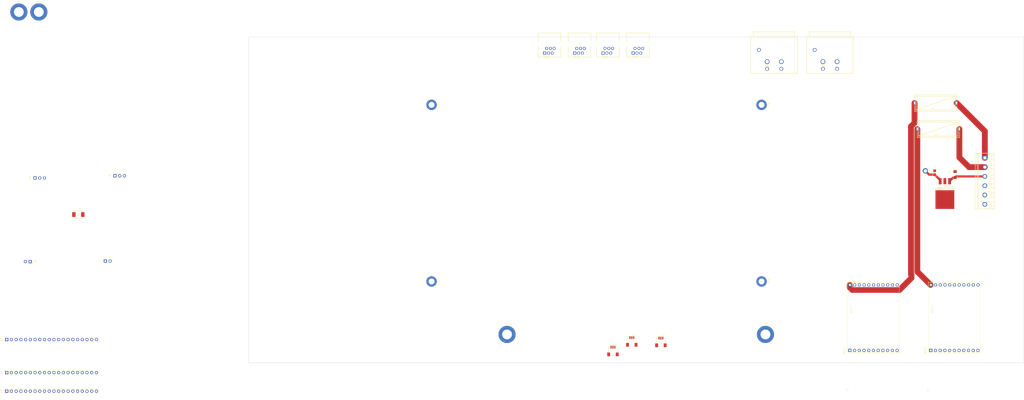
<source format=kicad_pcb>
(kicad_pcb (version 20171130) (host pcbnew "(5.1.9)-1")

  (general
    (thickness 1.6)
    (drawings 17)
    (tracks 26)
    (zones 0)
    (modules 33)
    (nets 72)
  )

  (page A4)
  (layers
    (0 F.Cu signal)
    (31 B.Cu signal)
    (32 B.Adhes user)
    (33 F.Adhes user)
    (34 B.Paste user)
    (35 F.Paste user)
    (36 B.SilkS user)
    (37 F.SilkS user)
    (38 B.Mask user)
    (39 F.Mask user)
    (40 Dwgs.User user)
    (41 Cmts.User user)
    (42 Eco1.User user)
    (43 Eco2.User user)
    (44 Edge.Cuts user)
    (45 Margin user)
    (46 B.CrtYd user)
    (47 F.CrtYd user)
    (48 B.Fab user)
    (49 F.Fab user)
  )

  (setup
    (last_trace_width 1.15)
    (user_trace_width 1.15)
    (user_trace_width 3.15)
    (trace_clearance 0.25)
    (zone_clearance 0.508)
    (zone_45_only no)
    (trace_min 0.2)
    (via_size 0.6)
    (via_drill 0.4)
    (via_min_size 0.4)
    (via_min_drill 0.3)
    (uvia_size 0.3)
    (uvia_drill 0.1)
    (uvias_allowed no)
    (uvia_min_size 0.2)
    (uvia_min_drill 0.1)
    (edge_width 0.15)
    (segment_width 0.15)
    (pcb_text_width 0.3)
    (pcb_text_size 1.5 1.5)
    (mod_edge_width 0.15)
    (mod_text_size 1 1)
    (mod_text_width 0.15)
    (pad_size 1.524 1.524)
    (pad_drill 0.762)
    (pad_to_mask_clearance 0)
    (aux_axis_origin 0 0)
    (visible_elements FFFFFF7F)
    (pcbplotparams
      (layerselection 0x010fc_ffffffff)
      (usegerberextensions false)
      (usegerberattributes true)
      (usegerberadvancedattributes true)
      (creategerberjobfile true)
      (excludeedgelayer true)
      (linewidth 0.100000)
      (plotframeref false)
      (viasonmask false)
      (mode 1)
      (useauxorigin false)
      (hpglpennumber 1)
      (hpglpenspeed 20)
      (hpglpendiameter 15.000000)
      (psnegative false)
      (psa4output false)
      (plotreference true)
      (plotvalue true)
      (plotinvisibletext false)
      (padsonsilk false)
      (subtractmaskfromsilk false)
      (outputformat 1)
      (mirror false)
      (drillshape 1)
      (scaleselection 1)
      (outputdirectory ""))
  )

  (net 0 "")
  (net 1 "Net-(C1-Pad1)")
  (net 2 GND)
  (net 3 /+5V)
  (net 4 /VSYS)
  (net 5 /VS)
  (net 6 "Net-(F1-Pad1)")
  (net 7 "Net-(F2-Pad1)")
  (net 8 /VS-2)
  (net 9 /SDI)
  (net 10 /CSN)
  (net 11 /SCK)
  (net 12 /GP6)
  (net 13 /GP8)
  (net 14 /GP9)
  (net 15 /GP10)
  (net 16 /GP11)
  (net 17 /GP12)
  (net 18 /GP13)
  (net 19 /GP14)
  (net 20 /GP15)
  (net 21 /VBUS)
  (net 22 /3V3_EN)
  (net 23 "/3V3(OUT)")
  (net 24 /ADC_VREF)
  (net 25 /GP28)
  (net 26 /GP27)
  (net 27 /GP26)
  (net 28 /RUN)
  (net 29 /GP22)
  (net 30 /GP21)
  (net 31 /GP20)
  (net 32 /GP19)
  (net 33 /GP18)
  (net 34 /GP17)
  (net 35 /GP16)
  (net 36 /DIAG1)
  (net 37 /DIAG0)
  (net 38 /DIAG1-2)
  (net 39 /DIAG0-2)
  (net 40 /DCO)
  (net 41 /DCEN)
  (net 42 /DCIN)
  (net 43 /DCIN-2)
  (net 44 /DCEN-2)
  (net 45 /DCO-2)
  (net 46 /DRV_ENN)
  (net 47 /DIR)
  (net 48 "Net-(RJ3-Pad4)")
  (net 49 "Net-(RJ3-Pad2)")
  (net 50 "Net-(RJ3-Pad5)")
  (net 51 "Net-(RJ4-Pad5)")
  (net 52 "Net-(RJ4-Pad2)")
  (net 53 "Net-(RJ4-Pad4)")
  (net 54 "Net-(RJ5-Pad4)")
  (net 55 "Net-(RJ5-Pad2)")
  (net 56 "Net-(RJ5-Pad5)")
  (net 57 "Net-(RJ6-Pad5)")
  (net 58 "Net-(RJ6-Pad2)")
  (net 59 "Net-(RJ6-Pad4)")
  (net 60 /A1)
  (net 61 /A2)
  (net 62 /B1)
  (net 63 /B2)
  (net 64 /B2-2)
  (net 65 /B1-2)
  (net 66 /A2-2)
  (net 67 /A1-2)
  (net 68 /GND_S)
  (net 69 /GND_S-2)
  (net 70 /SDO)
  (net 71 /CSN-2)

  (net_class Default "This is the default net class."
    (clearance 0.25)
    (trace_width 0.25)
    (via_dia 0.6)
    (via_drill 0.4)
    (uvia_dia 0.3)
    (uvia_drill 0.1)
    (add_net /+5V)
    (add_net "/3V3(OUT)")
    (add_net /3V3_EN)
    (add_net /A1)
    (add_net /A1-2)
    (add_net /A2)
    (add_net /A2-2)
    (add_net /ADC_VREF)
    (add_net /B1)
    (add_net /B1-2)
    (add_net /B2)
    (add_net /B2-2)
    (add_net /CSN)
    (add_net /CSN-2)
    (add_net /DCEN)
    (add_net /DCEN-2)
    (add_net /DCIN)
    (add_net /DCIN-2)
    (add_net /DCO)
    (add_net /DCO-2)
    (add_net /DIAG0)
    (add_net /DIAG0-2)
    (add_net /DIAG1)
    (add_net /DIAG1-2)
    (add_net /DIR)
    (add_net /DRV_ENN)
    (add_net /GND_S)
    (add_net /GND_S-2)
    (add_net /GP10)
    (add_net /GP11)
    (add_net /GP12)
    (add_net /GP13)
    (add_net /GP14)
    (add_net /GP15)
    (add_net /GP16)
    (add_net /GP17)
    (add_net /GP18)
    (add_net /GP19)
    (add_net /GP20)
    (add_net /GP21)
    (add_net /GP22)
    (add_net /GP26)
    (add_net /GP27)
    (add_net /GP28)
    (add_net /GP6)
    (add_net /GP8)
    (add_net /GP9)
    (add_net /RUN)
    (add_net /SCK)
    (add_net /SDI)
    (add_net /SDO)
    (add_net /VBUS)
    (add_net /VS)
    (add_net /VS-2)
    (add_net /VSYS)
    (add_net GND)
    (add_net "Net-(C1-Pad1)")
    (add_net "Net-(F1-Pad1)")
    (add_net "Net-(F2-Pad1)")
    (add_net "Net-(RJ3-Pad2)")
    (add_net "Net-(RJ3-Pad4)")
    (add_net "Net-(RJ3-Pad5)")
    (add_net "Net-(RJ4-Pad2)")
    (add_net "Net-(RJ4-Pad4)")
    (add_net "Net-(RJ4-Pad5)")
    (add_net "Net-(RJ5-Pad2)")
    (add_net "Net-(RJ5-Pad4)")
    (add_net "Net-(RJ5-Pad5)")
    (add_net "Net-(RJ6-Pad2)")
    (add_net "Net-(RJ6-Pad4)")
    (add_net "Net-(RJ6-Pad5)")
  )

  (module Connector:CONN-TH_JL128-50006G01_6_Screw (layer F.Cu) (tedit 62730251) (tstamp 6273AF85)
    (at 396 77.5 270)
    (path /62A75995)
    (fp_text reference U4 (at 0 -3.207 90) (layer F.SilkS)
      (effects (font (size 1 1) (thickness 0.15)) (justify right))
    )
    (fp_text value JL128-50006G01 (at 0 -0.667 90) (layer F.Fab)
      (effects (font (size 1 1) (thickness 0.15)) (justify right))
    )
    (fp_circle (center -15 5.2) (end -14.97 5.2) (layer Eco2.User) (width 0.06))
    (fp_line (start -15 5.2) (end -15 -5) (layer F.CrtYd) (width 0.12))
    (fp_line (start -15 -5) (end 15 -5) (layer F.CrtYd) (width 0.12))
    (fp_line (start 15 -5) (end 15 5.2) (layer F.CrtYd) (width 0.12))
    (fp_line (start 15 5.2) (end -15 5.2) (layer F.CrtYd) (width 0.12))
    (fp_line (start 14.96 -5) (end 14.96 5.2) (layer F.SilkS) (width 0.254))
    (fp_line (start -14.96 -5) (end 14.96 -5) (layer F.SilkS) (width 0.254))
    (fp_line (start -14.96 4.123) (end 14.96 4.123) (layer F.SilkS) (width 0.254))
    (fp_line (start 11.532 -5) (end 11.532 -3.302) (layer F.SilkS) (width 0.254))
    (fp_line (start 11.532 -3.302) (end 13.615 -3.302) (layer F.SilkS) (width 0.254))
    (fp_line (start 13.615 -3.302) (end 13.615 -5) (layer F.SilkS) (width 0.254))
    (fp_line (start 6.452 -5) (end 6.452 -3.302) (layer F.SilkS) (width 0.254))
    (fp_line (start 6.452 -3.302) (end 8.535 -3.302) (layer F.SilkS) (width 0.254))
    (fp_line (start 8.535 -3.302) (end 8.535 -5) (layer F.SilkS) (width 0.254))
    (fp_line (start 1.499 -5) (end 1.499 -3.302) (layer F.SilkS) (width 0.254))
    (fp_line (start 1.499 -3.302) (end 3.582 -3.302) (layer F.SilkS) (width 0.254))
    (fp_line (start 3.582 -3.302) (end 3.582 -5) (layer F.SilkS) (width 0.254))
    (fp_line (start -3.454 -5) (end -3.454 -3.302) (layer F.SilkS) (width 0.254))
    (fp_line (start -3.454 -3.302) (end -1.371 -3.302) (layer F.SilkS) (width 0.254))
    (fp_line (start -1.371 -3.302) (end -1.371 -5) (layer F.SilkS) (width 0.254))
    (fp_line (start -8.461 -4.913) (end -8.461 -3.215) (layer F.SilkS) (width 0.254))
    (fp_line (start -8.461 -3.215) (end -6.379 -3.215) (layer F.SilkS) (width 0.254))
    (fp_line (start -6.379 -3.215) (end -6.379 -4.913) (layer F.SilkS) (width 0.254))
    (fp_line (start -14.96 5.2) (end 14.96 5.2) (layer F.SilkS) (width 0.254))
    (fp_line (start -14.96 -5) (end -14.96 5.2) (layer F.SilkS) (width 0.254))
    (fp_line (start -13.567 -5) (end -13.567 -3.302) (layer F.SilkS) (width 0.254))
    (fp_line (start -13.567 -3.302) (end -11.484 -3.302) (layer F.SilkS) (width 0.254))
    (fp_line (start -11.484 -3.302) (end -11.484 -5) (layer F.SilkS) (width 0.254))
    (fp_line (start -14.96 -2.227) (end 14.96 -2.227) (layer F.SilkS) (width 0.254))
    (fp_line (start -14.96 3.417) (end 14.96 3.417) (layer F.SilkS) (width 0.254))
    (fp_poly (pts (xy -13.589 -4.953) (xy -13.589 -3.302) (xy -11.557 -3.302) (xy -11.557 -4.953)) (layer Dwgs.User) (width 0.12))
    (fp_poly (pts (xy -8.456 -4.879) (xy -8.456 -3.228) (xy -6.424 -3.228) (xy -6.424 -4.879)) (layer Dwgs.User) (width 0.12))
    (fp_poly (pts (xy -3.376 -5.006) (xy -3.376 -3.355) (xy -1.344 -3.355) (xy -1.344 -5.006)) (layer Dwgs.User) (width 0.12))
    (fp_poly (pts (xy 1.45 -5.006) (xy 1.45 -3.355) (xy 3.482 -3.355) (xy 3.482 -5.006)) (layer Dwgs.User) (width 0.12))
    (fp_poly (pts (xy 6.403 -5.006) (xy 6.403 -3.355) (xy 8.435 -3.355) (xy 8.435 -5.006)) (layer Dwgs.User) (width 0.12))
    (fp_poly (pts (xy 11.483 -5.006) (xy 11.483 -3.355) (xy 13.515 -3.355) (xy 13.515 -5.006)) (layer Dwgs.User) (width 0.12))
    (fp_poly (pts (xy -7.9 -0.4) (xy -7.1 -0.4) (xy -7.1 0.4) (xy -7.9 0.4)) (layer Eco2.User) (width 0.12))
    (fp_poly (pts (xy -12.9 -0.4) (xy -12.1 -0.4) (xy -12.1 0.4) (xy -12.9 0.4)) (layer Eco2.User) (width 0.12))
    (fp_poly (pts (xy -2.9 -0.4) (xy -2.1 -0.4) (xy -2.1 0.4) (xy -2.9 0.4)) (layer Eco2.User) (width 0.12))
    (fp_poly (pts (xy 2.1 -0.4) (xy 2.9 -0.4) (xy 2.9 0.4) (xy 2.1 0.4)) (layer Eco2.User) (width 0.12))
    (fp_poly (pts (xy 7.1 -0.4) (xy 7.9 -0.4) (xy 7.9 0.4) (xy 7.1 0.4)) (layer Eco2.User) (width 0.12))
    (fp_poly (pts (xy 12.1 -0.4) (xy 12.9 -0.4) (xy 12.9 0.4) (xy 12.1 0.4)) (layer Eco2.User) (width 0.12))
    (pad 6 thru_hole circle (at 12.5 0 270) (size 2.5 2.5) (drill 1.6) (layers *.Cu *.Mask)
      (net 2 GND))
    (pad 5 thru_hole circle (at 7.5 0 270) (size 2.5 2.5) (drill 1.6) (layers *.Cu *.Mask)
      (net 69 /GND_S-2))
    (pad 4 thru_hole circle (at 2.5 0 270) (size 2.5 2.5) (drill 1.6) (layers *.Cu *.Mask)
      (net 68 /GND_S))
    (pad 3 thru_hole circle (at -2.5 0 270) (size 2.5 2.5) (drill 1.6) (layers *.Cu *.Mask)
      (net 1 "Net-(C1-Pad1)"))
    (pad 1 thru_hole rect (at -12.5 0 270) (size 2.5 2.5) (drill 1.6) (layers *.Cu *.Mask)
      (net 6 "Net-(F1-Pad1)"))
    (pad 2 thru_hole circle (at -7.5 0 270) (size 2.5 2.5) (drill 1.6) (layers *.Cu *.Mask)
      (net 7 "Net-(F2-Pad1)"))
    (model ${KIPRJMOD}/kicad_lceda.3dshapes/CONN-TH_JL128-50006G01.step
      (offset (xyz -0.3 0 -3.8))
      (scale (xyz 1 1 1))
      (rotate (xyz 0 0 0))
    )
    (model ${KIPRJMOD}/kicad_lceda.3dshapes/CONN-TH_JL128-50006G01.wrl
      (offset (xyz -0.3 0 -3.8))
      (scale (xyz 1 1 1))
      (rotate (xyz 0 0 0))
    )
  )

  (module MountingHole:MountingHole_3.2mm_M3_DIN965_Pad (layer F.Cu) (tedit 56D1B4CB) (tstamp 6273CBA0)
    (at 98.4 131.5 270)
    (descr "Mounting Hole 3.2mm, M3, DIN965")
    (tags "mounting hole 3.2mm m3 din965")
    (path /61F349F4)
    (attr virtual)
    (fp_text reference H12 (at 0 -3.8 90) (layer F.SilkS)
      (effects (font (size 1 1) (thickness 0.15)))
    )
    (fp_text value MountingHole (at 0 3.8 90) (layer F.Fab)
      (effects (font (size 1 1) (thickness 0.15)))
    )
    (fp_text user %R (at 0.3 0 90) (layer F.Fab)
      (effects (font (size 1 1) (thickness 0.15)))
    )
    (fp_circle (center 0 0) (end 2.8 0) (layer Cmts.User) (width 0.15))
    (fp_circle (center 0 0) (end 3.05 0) (layer F.CrtYd) (width 0.05))
    (pad 1 thru_hole circle (at 0 0 270) (size 5.6 5.6) (drill 3.2) (layers *.Cu *.Mask))
  )

  (module MountingHole:MountingHole_3.2mm_M3_DIN965_Pad (layer F.Cu) (tedit 56D1B4CB) (tstamp 6273CBB5)
    (at 275.9 131.5 270)
    (descr "Mounting Hole 3.2mm, M3, DIN965")
    (tags "mounting hole 3.2mm m3 din965")
    (path /61F3370C)
    (attr virtual)
    (fp_text reference H11 (at 0 -3.8 90) (layer F.SilkS)
      (effects (font (size 1 1) (thickness 0.15)))
    )
    (fp_text value MountingHole (at 0 3.8 90) (layer F.Fab)
      (effects (font (size 1 1) (thickness 0.15)))
    )
    (fp_text user %R (at 0.3 0 90) (layer F.Fab)
      (effects (font (size 1 1) (thickness 0.15)))
    )
    (fp_circle (center 0 0) (end 2.8 0) (layer Cmts.User) (width 0.15))
    (fp_circle (center 0 0) (end 3.05 0) (layer F.CrtYd) (width 0.05))
    (pad 1 thru_hole circle (at 0 0 270) (size 5.6 5.6) (drill 3.2) (layers *.Cu *.Mask))
  )

  (module MountingHole:MountingHole_3.2mm_M3_DIN965_Pad (layer F.Cu) (tedit 56D1B4CB) (tstamp 6273CBCA)
    (at 98.4 36.5 270)
    (descr "Mounting Hole 3.2mm, M3, DIN965")
    (tags "mounting hole 3.2mm m3 din965")
    (path /61F324DB)
    (attr virtual)
    (fp_text reference H10 (at 0 -3.8 90) (layer F.SilkS)
      (effects (font (size 1 1) (thickness 0.15)))
    )
    (fp_text value MountingHole (at 0 3.8 90) (layer F.Fab)
      (effects (font (size 1 1) (thickness 0.15)))
    )
    (fp_text user %R (at 0.3 0 90) (layer F.Fab)
      (effects (font (size 1 1) (thickness 0.15)))
    )
    (fp_circle (center 0 0) (end 2.8 0) (layer Cmts.User) (width 0.15))
    (fp_circle (center 0 0) (end 3.05 0) (layer F.CrtYd) (width 0.05))
    (pad 1 thru_hole circle (at 0 0 270) (size 5.6 5.6) (drill 3.2) (layers *.Cu *.Mask))
  )

  (module MountingHole:MountingHole_3.2mm_M3_DIN965_Pad (layer F.Cu) (tedit 56D1B4CB) (tstamp 6273CBDF)
    (at 275.9 36.5 270)
    (descr "Mounting Hole 3.2mm, M3, DIN965")
    (tags "mounting hole 3.2mm m3 din965")
    (path /61F31BA6)
    (attr virtual)
    (fp_text reference H9 (at 0 -3.8 90) (layer F.SilkS)
      (effects (font (size 1 1) (thickness 0.15)))
    )
    (fp_text value MountingHole (at 0 3.8 90) (layer F.Fab)
      (effects (font (size 1 1) (thickness 0.15)))
    )
    (fp_text user %R (at 0.3 0 90) (layer F.Fab)
      (effects (font (size 1 1) (thickness 0.15)))
    )
    (fp_circle (center 0 0) (end 2.8 0) (layer Cmts.User) (width 0.15))
    (fp_circle (center 0 0) (end 3.05 0) (layer F.CrtYd) (width 0.05))
    (pad 1 thru_hole circle (at 0 0 270) (size 5.6 5.6) (drill 3.2) (layers *.Cu *.Mask))
  )

  (module MountingHole:MountingHole_5.3mm_M5_DIN965_Pad (layer F.Cu) (tedit 56D1B4CB) (tstamp 62735049)
    (at 139 160)
    (descr "Mounting Hole 5.3mm, M5, DIN965")
    (tags "mounting hole 5.3mm m5 din965")
    (path /61F399CA)
    (attr virtual)
    (fp_text reference H4 (at 0 -5.6) (layer F.SilkS)
      (effects (font (size 1 1) (thickness 0.15)))
    )
    (fp_text value MountingHole (at 0 5.6) (layer F.Fab)
      (effects (font (size 1 1) (thickness 0.15)))
    )
    (fp_text user %R (at 0.3 0) (layer F.Fab)
      (effects (font (size 1 1) (thickness 0.15)))
    )
    (fp_circle (center 0 0) (end 4.6 0) (layer Cmts.User) (width 0.15))
    (fp_circle (center 0 0) (end 4.85 0) (layer F.CrtYd) (width 0.05))
    (pad 1 thru_hole circle (at 0 0) (size 9.2 9.2) (drill 5.3) (layers *.Cu *.Mask))
  )

  (module MountingHole:MountingHole_5.3mm_M5_DIN965_Pad (layer F.Cu) (tedit 56D1B4CB) (tstamp 62735041)
    (at -112.85 -13.45)
    (descr "Mounting Hole 5.3mm, M5, DIN965")
    (tags "mounting hole 5.3mm m5 din965")
    (path /61F399C4)
    (attr virtual)
    (fp_text reference H3 (at 0 -5.6) (layer F.SilkS)
      (effects (font (size 1 1) (thickness 0.15)))
    )
    (fp_text value MountingHole (at 0 5.6) (layer F.Fab)
      (effects (font (size 1 1) (thickness 0.15)))
    )
    (fp_text user %R (at 0.3 0) (layer F.Fab)
      (effects (font (size 1 1) (thickness 0.15)))
    )
    (fp_circle (center 0 0) (end 4.6 0) (layer Cmts.User) (width 0.15))
    (fp_circle (center 0 0) (end 4.85 0) (layer F.CrtYd) (width 0.05))
    (pad 1 thru_hole circle (at 0 0) (size 9.2 9.2) (drill 5.3) (layers *.Cu *.Mask))
  )

  (module MountingHole:MountingHole_5.3mm_M5_DIN965_Pad (layer F.Cu) (tedit 56D1B4CB) (tstamp 62735039)
    (at 278 160)
    (descr "Mounting Hole 5.3mm, M5, DIN965")
    (tags "mounting hole 5.3mm m5 din965")
    (path /61F399BE)
    (attr virtual)
    (fp_text reference H2 (at 0 -5.6) (layer F.SilkS)
      (effects (font (size 1 1) (thickness 0.15)))
    )
    (fp_text value MountingHole (at 0 5.6) (layer F.Fab)
      (effects (font (size 1 1) (thickness 0.15)))
    )
    (fp_text user %R (at 0.3 0) (layer F.Fab)
      (effects (font (size 1 1) (thickness 0.15)))
    )
    (fp_circle (center 0 0) (end 4.6 0) (layer Cmts.User) (width 0.15))
    (fp_circle (center 0 0) (end 4.85 0) (layer F.CrtYd) (width 0.05))
    (pad 1 thru_hole circle (at 0 0) (size 9.2 9.2) (drill 5.3) (layers *.Cu *.Mask))
  )

  (module MountingHole:MountingHole_5.3mm_M5_DIN965_Pad (layer F.Cu) (tedit 56D1B4CB) (tstamp 62735031)
    (at -123.6 -13.45)
    (descr "Mounting Hole 5.3mm, M5, DIN965")
    (tags "mounting hole 5.3mm m5 din965")
    (path /61F399B8)
    (attr virtual)
    (fp_text reference H1 (at 0 -5.6) (layer F.SilkS)
      (effects (font (size 1 1) (thickness 0.15)))
    )
    (fp_text value MountingHole (at 0 5.6) (layer F.Fab)
      (effects (font (size 1 1) (thickness 0.15)))
    )
    (fp_text user %R (at 0.3 0) (layer F.Fab)
      (effects (font (size 1 1) (thickness 0.15)))
    )
    (fp_circle (center 0 0) (end 4.6 0) (layer Cmts.User) (width 0.15))
    (fp_circle (center 0 0) (end 4.85 0) (layer F.CrtYd) (width 0.05))
    (pad 1 thru_hole circle (at 0 0) (size 9.2 9.2) (drill 5.3) (layers *.Cu *.Mask))
  )

  (module Connector:TO-263-3_L8.6-W10.2-P2.54-LS14.4-BR (layer F.Cu) (tedit 62719C97) (tstamp 6273386C)
    (at 374.5 82.5 90)
    (path /6280F50D)
    (fp_text reference U6 (at 0 -3.207 90) (layer F.SilkS)
      (effects (font (size 1 1) (thickness 0.15)) (justify left))
    )
    (fp_text value LM7805S_TR (at 0 -0.667 90) (layer F.Fab)
      (effects (font (size 1 1) (thickness 0.15)) (justify left))
    )
    (fp_arc (start 2.055 4.001) (end 2.053 4.201) (angle 359.2747321) (layer F.SilkS) (width 0.399))
    (fp_circle (center 5.521 5.05) (end 5.551 5.05) (layer Eco2.User) (width 0.06))
    (fp_circle (center 5.716 2.515) (end 6.016 2.515) (layer Dwgs.User) (width 0.6))
    (fp_poly (pts (xy -8.787 5.055) (xy -8.787 -5.055) (xy -2.187 -5.055) (xy -2.187 5.055)) (layer Eco2.User) (width 0.12))
    (fp_line (start 0.839 -2.134) (end 0.839 -2.964) (layer Eco2.User) (width 0.12))
    (fp_line (start 0.839 -2.964) (end 3.689 -2.964) (layer Eco2.User) (width 0.12))
    (fp_line (start 3.689 -2.964) (end 3.689 -2.134) (layer Eco2.User) (width 0.12))
    (fp_line (start 3.689 -2.134) (end 0.839 -2.134) (layer Eco2.User) (width 0.12))
    (fp_poly (pts (xy 3.551 0.42) (xy 3.551 -0.42) (xy 5.551 -0.42) (xy 5.551 0.42)) (layer Eco2.User) (width 0.12))
    (fp_poly (pts (xy 3.551 -2.12) (xy 3.551 -2.96) (xy 5.551 -2.96) (xy 5.551 -2.12)) (layer Eco2.User) (width 0.12))
    (fp_poly (pts (xy 3.551 2.96) (xy 3.551 2.12) (xy 5.551 2.12) (xy 5.551 2.96)) (layer Eco2.User) (width 0.12))
    (fp_line (start 0.839 2.955) (end 0.839 2.125) (layer Eco2.User) (width 0.12))
    (fp_line (start 0.839 2.125) (end 3.689 2.125) (layer Eco2.User) (width 0.12))
    (fp_line (start 3.689 2.125) (end 3.689 2.955) (layer Eco2.User) (width 0.12))
    (fp_line (start 3.689 2.955) (end 0.839 2.955) (layer Eco2.User) (width 0.12))
    (fp_line (start 0.839 0.406) (end 0.839 -0.424) (layer Eco2.User) (width 0.12))
    (fp_line (start 0.839 -0.424) (end 3.689 -0.424) (layer Eco2.User) (width 0.12))
    (fp_line (start 3.689 -0.424) (end 3.689 0.406) (layer Eco2.User) (width 0.12))
    (fp_line (start 3.689 0.406) (end 0.839 0.406) (layer Eco2.User) (width 0.12))
    (fp_line (start -7.517 5.08) (end -7.517 -5.08) (layer F.CrtYd) (width 0.12))
    (fp_line (start -7.517 -5.08) (end 1.123 -5.08) (layer F.CrtYd) (width 0.12))
    (fp_line (start 1.123 -5.08) (end 1.123 5.08) (layer F.CrtYd) (width 0.12))
    (fp_line (start 1.123 5.08) (end -7.517 5.08) (layer F.CrtYd) (width 0.12))
    (fp_line (start 1.157 3) (end 3.057 3) (layer F.SilkS) (width 0.254))
    (fp_line (start 1.157 2.101) (end 3.057 2.101) (layer F.SilkS) (width 0.254))
    (fp_line (start 3.057 2.101) (end 3.057 3) (layer F.SilkS) (width 0.254))
    (fp_line (start 1.157 -0.439) (end 2.655 -0.439) (layer F.SilkS) (width 0.254))
    (fp_line (start 2.655 -0.439) (end 2.655 0.46) (layer F.SilkS) (width 0.254))
    (fp_line (start 2.655 0.46) (end 1.157 0.46) (layer F.SilkS) (width 0.254))
    (fp_line (start 1.157 -2.979) (end 3.057 -2.979) (layer F.SilkS) (width 0.254))
    (fp_line (start 3.057 -2.979) (end 3.057 -2.08) (layer F.SilkS) (width 0.254))
    (fp_line (start 3.057 -2.08) (end 1.157 -2.08) (layer F.SilkS) (width 0.254))
    (fp_line (start 0.456 -5.001) (end 1.157 -5.001) (layer F.SilkS) (width 0.254))
    (fp_line (start 1.157 -5.001) (end 1.157 5.001) (layer F.SilkS) (width 0.254))
    (fp_line (start 1.157 5.001) (end 0.456 5.001) (layer F.SilkS) (width 0.254))
    (pad 2 smd rect (at 4.952 0 90) (size 3.3 1.511) (layers F.Cu F.Paste F.Mask)
      (net 2 GND))
    (pad 1 smd rect (at 4.952 2.54 90) (size 3.3 1.511) (layers F.Cu F.Paste F.Mask)
      (net 1 "Net-(C1-Pad1)"))
    (pad 3 smd rect (at 4.952 -2.54 90) (size 3.3 1.511) (layers F.Cu F.Paste F.Mask)
      (net 3 /+5V))
    (pad 4 smd rect (at -4.952 0 90) (size 10.02 10.122) (layers F.Cu F.Paste F.Mask)
      (net 2 GND))
    (model ${KIPRJMOD}/kicad_lceda.3dshapes/TO-263-3_L10.2-W8.7-H4.5-LS14.4-P2.54.step
      (offset (xyz -1.701 0.002 0))
      (scale (xyz 1 1 1))
      (rotate (xyz 0 0 -90))
    )
    (model ${KIPRJMOD}/kicad_lceda.3dshapes/TO-263-3_L10.2-W8.7-H4.5-LS14.4-P2.54.wrl
      (offset (xyz -1.701 0.002 0))
      (scale (xyz 1 1 1))
      (rotate (xyz 0 0 -90))
    )
  )

  (module Connector:CONN-SMD_SM03B-SRSS-TB-LF-SN-P (layer F.Cu) (tedit 61F058B9) (tstamp 62733841)
    (at 195.965999 168.771999)
    (path /61FB8A29)
    (fp_text reference U3 (at 0 -3.207) (layer F.SilkS)
      (effects (font (size 1 1) (thickness 0.15)) (justify left))
    )
    (fp_text value "SM03B-SRSS-TB(LF)(SN)(P)" (at 0 -0.667) (layer F.Fab)
      (effects (font (size 1 1) (thickness 0.15)) (justify left))
    )
    (fp_circle (center -2.5 -2.313) (end -2.47 -2.313) (layer Eco2.User) (width 0.06))
    (fp_poly (pts (xy 0.85 -2.313) (xy 1.15 -2.313) (xy 1.15 -1.313) (xy 0.85 -1.313)) (layer Eco2.User) (width 0.12))
    (fp_poly (pts (xy -0.15 -2.313) (xy 0.15 -2.313) (xy 0.15 -1.313) (xy -0.15 -1.313)) (layer Eco2.User) (width 0.12))
    (fp_poly (pts (xy -1.15 -2.313) (xy -0.85 -2.313) (xy -0.85 -1.313) (xy -1.15 -1.313)) (layer Eco2.User) (width 0.12))
    (fp_poly (pts (xy 2.15 1.137) (xy 2.45 1.137) (xy 2.45 2.637) (xy 2.15 2.637)) (layer Eco2.User) (width 0.12))
    (fp_poly (pts (xy -2.45 1.137) (xy -2.15 1.137) (xy -2.15 2.637) (xy -2.45 2.637)) (layer Eco2.User) (width 0.12))
    (fp_line (start -2.5 -1.613) (end 2.5 -1.613) (layer F.CrtYd) (width 0.12))
    (fp_line (start 2.5 -1.613) (end 2.5 2.637) (layer F.CrtYd) (width 0.12))
    (fp_line (start 2.5 2.637) (end -2.5 2.637) (layer F.CrtYd) (width 0.12))
    (fp_line (start -2.5 2.637) (end -2.5 -1.613) (layer F.CrtYd) (width 0.12))
    (fp_line (start -2.5 -1.613) (end -1.531 -1.613) (layer F.SilkS) (width 0.254))
    (fp_line (start 1.531 -1.613) (end 2.5 -1.613) (layer F.SilkS) (width 0.254))
    (fp_line (start 2.5 -1.613) (end 2.5 0.706) (layer F.SilkS) (width 0.254))
    (fp_line (start -2.37 -1.613) (end -2.5 -1.613) (layer F.SilkS) (width 0.254))
    (fp_line (start -2.5 -1.613) (end -2.5 0.706) (layer F.SilkS) (width 0.254))
    (fp_line (start -1.319 2.637) (end 1.319 2.637) (layer F.SilkS) (width 0.254))
    (fp_circle (center -2 -2) (end -1.684 -2) (layer F.SilkS) (width 0.254))
    (pad 1 smd rect (at -1 -1.938) (size 0.6 1.55) (layers F.Cu F.Paste F.Mask)
      (net 3 /+5V))
    (pad 2 smd rect (at 0 -1.938) (size 0.6 1.55) (layers F.Cu F.Paste F.Mask)
      (net 15 /GP10))
    (pad 3 smd rect (at 1 -1.938) (size 0.6 1.55) (layers F.Cu F.Paste F.Mask)
      (net 16 /GP11))
    (pad 4 smd rect (at 2.3 1.938) (size 1.5 2) (layers F.Cu F.Paste F.Mask)
      (net 2 GND))
    (pad 5 smd rect (at -2.3 1.938) (size 1.5 2) (layers F.Cu F.Paste F.Mask)
      (net 2 GND))
    (model ${KIPRJMOD}/kicad_lceda.3dshapes/CONN-SMD_SR1.00-WS-3P.step
      (offset (xyz 0 -0.107 0))
      (scale (xyz 1 1 1))
      (rotate (xyz 0 0 0))
    )
    (model ${KIPRJMOD}/kicad_lceda.3dshapes/CONN-SMD_SR1.00-WS-3P.wrl
      (offset (xyz 0 -0.107 0))
      (scale (xyz 1 1 1))
      (rotate (xyz 0 0 0))
    )
  )

  (module Connector:CONN-SMD_SM03B-SRSS-TB-LF-SN-P (layer F.Cu) (tedit 61F058B9) (tstamp 62733827)
    (at 221.75 163.9)
    (path /61F99057)
    (fp_text reference U2 (at 0 -3.207) (layer F.SilkS)
      (effects (font (size 1 1) (thickness 0.15)) (justify left))
    )
    (fp_text value "SM03B-SRSS-TB(LF)(SN)(P)" (at 0 -0.667) (layer F.Fab)
      (effects (font (size 1 1) (thickness 0.15)) (justify left))
    )
    (fp_circle (center -2.5 -2.313) (end -2.47 -2.313) (layer Eco2.User) (width 0.06))
    (fp_poly (pts (xy 0.85 -2.313) (xy 1.15 -2.313) (xy 1.15 -1.313) (xy 0.85 -1.313)) (layer Eco2.User) (width 0.12))
    (fp_poly (pts (xy -0.15 -2.313) (xy 0.15 -2.313) (xy 0.15 -1.313) (xy -0.15 -1.313)) (layer Eco2.User) (width 0.12))
    (fp_poly (pts (xy -1.15 -2.313) (xy -0.85 -2.313) (xy -0.85 -1.313) (xy -1.15 -1.313)) (layer Eco2.User) (width 0.12))
    (fp_poly (pts (xy 2.15 1.137) (xy 2.45 1.137) (xy 2.45 2.637) (xy 2.15 2.637)) (layer Eco2.User) (width 0.12))
    (fp_poly (pts (xy -2.45 1.137) (xy -2.15 1.137) (xy -2.15 2.637) (xy -2.45 2.637)) (layer Eco2.User) (width 0.12))
    (fp_line (start -2.5 -1.613) (end 2.5 -1.613) (layer F.CrtYd) (width 0.12))
    (fp_line (start 2.5 -1.613) (end 2.5 2.637) (layer F.CrtYd) (width 0.12))
    (fp_line (start 2.5 2.637) (end -2.5 2.637) (layer F.CrtYd) (width 0.12))
    (fp_line (start -2.5 2.637) (end -2.5 -1.613) (layer F.CrtYd) (width 0.12))
    (fp_line (start -2.5 -1.613) (end -1.531 -1.613) (layer F.SilkS) (width 0.254))
    (fp_line (start 1.531 -1.613) (end 2.5 -1.613) (layer F.SilkS) (width 0.254))
    (fp_line (start 2.5 -1.613) (end 2.5 0.706) (layer F.SilkS) (width 0.254))
    (fp_line (start -2.37 -1.613) (end -2.5 -1.613) (layer F.SilkS) (width 0.254))
    (fp_line (start -2.5 -1.613) (end -2.5 0.706) (layer F.SilkS) (width 0.254))
    (fp_line (start -1.319 2.637) (end 1.319 2.637) (layer F.SilkS) (width 0.254))
    (fp_circle (center -2 -2) (end -1.684 -2) (layer F.SilkS) (width 0.254))
    (pad 1 smd rect (at -1 -1.938) (size 0.6 1.55) (layers F.Cu F.Paste F.Mask)
      (net 3 /+5V))
    (pad 2 smd rect (at 0 -1.938) (size 0.6 1.55) (layers F.Cu F.Paste F.Mask)
      (net 13 /GP8))
    (pad 3 smd rect (at 1 -1.938) (size 0.6 1.55) (layers F.Cu F.Paste F.Mask)
      (net 2 GND))
    (pad 4 smd rect (at 2.3 1.938) (size 1.5 2) (layers F.Cu F.Paste F.Mask)
      (net 2 GND))
    (pad 5 smd rect (at -2.3 1.938) (size 1.5 2) (layers F.Cu F.Paste F.Mask)
      (net 2 GND))
    (model ${KIPRJMOD}/kicad_lceda.3dshapes/CONN-SMD_SR1.00-WS-3P.step
      (offset (xyz 0 -0.107 0))
      (scale (xyz 1 1 1))
      (rotate (xyz 0 0 0))
    )
    (model ${KIPRJMOD}/kicad_lceda.3dshapes/CONN-SMD_SR1.00-WS-3P.wrl
      (offset (xyz 0 -0.107 0))
      (scale (xyz 1 1 1))
      (rotate (xyz 0 0 0))
    )
  )

  (module Connector:CONN-SMD_SM03B-SRSS-TB-LF-SN-P (layer F.Cu) (tedit 61F058B9) (tstamp 6273380D)
    (at 206.095999 163.641999)
    (path /6214DB5E)
    (fp_text reference U1 (at 0 -3.207) (layer F.SilkS)
      (effects (font (size 1 1) (thickness 0.15)) (justify left))
    )
    (fp_text value "SM03B-SRSS-TB(LF)(SN)(P)" (at 0 -0.667) (layer F.Fab)
      (effects (font (size 1 1) (thickness 0.15)) (justify left))
    )
    (fp_circle (center -2.5 -2.313) (end -2.47 -2.313) (layer Eco2.User) (width 0.06))
    (fp_poly (pts (xy 0.85 -2.313) (xy 1.15 -2.313) (xy 1.15 -1.313) (xy 0.85 -1.313)) (layer Eco2.User) (width 0.12))
    (fp_poly (pts (xy -0.15 -2.313) (xy 0.15 -2.313) (xy 0.15 -1.313) (xy -0.15 -1.313)) (layer Eco2.User) (width 0.12))
    (fp_poly (pts (xy -1.15 -2.313) (xy -0.85 -2.313) (xy -0.85 -1.313) (xy -1.15 -1.313)) (layer Eco2.User) (width 0.12))
    (fp_poly (pts (xy 2.15 1.137) (xy 2.45 1.137) (xy 2.45 2.637) (xy 2.15 2.637)) (layer Eco2.User) (width 0.12))
    (fp_poly (pts (xy -2.45 1.137) (xy -2.15 1.137) (xy -2.15 2.637) (xy -2.45 2.637)) (layer Eco2.User) (width 0.12))
    (fp_line (start -2.5 -1.613) (end 2.5 -1.613) (layer F.CrtYd) (width 0.12))
    (fp_line (start 2.5 -1.613) (end 2.5 2.637) (layer F.CrtYd) (width 0.12))
    (fp_line (start 2.5 2.637) (end -2.5 2.637) (layer F.CrtYd) (width 0.12))
    (fp_line (start -2.5 2.637) (end -2.5 -1.613) (layer F.CrtYd) (width 0.12))
    (fp_line (start -2.5 -1.613) (end -1.531 -1.613) (layer F.SilkS) (width 0.254))
    (fp_line (start 1.531 -1.613) (end 2.5 -1.613) (layer F.SilkS) (width 0.254))
    (fp_line (start 2.5 -1.613) (end 2.5 0.706) (layer F.SilkS) (width 0.254))
    (fp_line (start -2.37 -1.613) (end -2.5 -1.613) (layer F.SilkS) (width 0.254))
    (fp_line (start -2.5 -1.613) (end -2.5 0.706) (layer F.SilkS) (width 0.254))
    (fp_line (start -1.319 2.637) (end 1.319 2.637) (layer F.SilkS) (width 0.254))
    (fp_circle (center -2 -2) (end -1.684 -2) (layer F.SilkS) (width 0.254))
    (pad 1 smd rect (at -1 -1.938) (size 0.6 1.55) (layers F.Cu F.Paste F.Mask)
      (net 3 /+5V))
    (pad 2 smd rect (at 0 -1.938) (size 0.6 1.55) (layers F.Cu F.Paste F.Mask)
      (net 14 /GP9))
    (pad 3 smd rect (at 1 -1.938) (size 0.6 1.55) (layers F.Cu F.Paste F.Mask)
      (net 2 GND))
    (pad 4 smd rect (at 2.3 1.938) (size 1.5 2) (layers F.Cu F.Paste F.Mask)
      (net 2 GND))
    (pad 5 smd rect (at -2.3 1.938) (size 1.5 2) (layers F.Cu F.Paste F.Mask)
      (net 2 GND))
    (model ${KIPRJMOD}/kicad_lceda.3dshapes/CONN-SMD_SR1.00-WS-3P.step
      (offset (xyz 0 -0.107 0))
      (scale (xyz 1 1 1))
      (rotate (xyz 0 0 0))
    )
    (model ${KIPRJMOD}/kicad_lceda.3dshapes/CONN-SMD_SR1.00-WS-3P.wrl
      (offset (xyz 0 -0.107 0))
      (scale (xyz 1 1 1))
      (rotate (xyz 0 0 0))
    )
  )

  (module Connector:TMC_2160 (layer F.Cu) (tedit 6272EEB5) (tstamp 627337F3)
    (at 322 170 90)
    (path /6291E412)
    (fp_text reference T2 (at -19.75 0.05 90) (layer F.SilkS)
      (effects (font (size 1 1) (thickness 0.15)))
    )
    (fp_text value TMC2160 (at 11 -5.9 90) (layer F.Fab)
      (effects (font (size 1 1) (thickness 0.15)))
    )
    (fp_text user REF** (at 23.6 2.23 90) (layer F.SilkS)
      (effects (font (size 1 1) (thickness 0.15)))
    )
    (fp_text user %R (at 36.65 14.15) (layer F.Fab)
      (effects (font (size 1 1) (thickness 0.15)))
    )
    (fp_text user REF** (at 1.4 -1.37 90) (layer F.SilkS)
      (effects (font (size 1 1) (thickness 0.15)))
    )
    (fp_text user %R (at 1.4 14.1) (layer F.Fab)
      (effects (font (size 1 1) (thickness 0.15)))
    )
    (fp_line (start 38.1 27.94) (end 38.1 0) (layer F.SilkS) (width 0.12))
    (fp_line (start 0 27.94) (end 38.1 27.94) (layer F.SilkS) (width 0.12))
    (fp_line (start 0 0) (end 0 27.94) (layer F.SilkS) (width 0.12))
    (fp_line (start 0 0) (end 38.1 0) (layer F.SilkS) (width 0.12))
    (fp_line (start 34.85 28.6) (end 34.85 -0.35) (layer F.CrtYd) (width 0.05))
    (fp_line (start 35.32 2.72) (end 35.32 28.18) (layer F.SilkS) (width 0.12))
    (fp_line (start 37.98 0.12) (end 37.98 1.45) (layer F.SilkS) (width 0.12))
    (fp_line (start 36.65 0.12) (end 37.98 0.12) (layer F.SilkS) (width 0.12))
    (fp_line (start 37.92 0.815) (end 37.92 28.12) (layer F.Fab) (width 0.1))
    (fp_line (start 35.32 2.72) (end 37.98 2.72) (layer F.SilkS) (width 0.12))
    (fp_line (start 34.85 -0.35) (end 38.4 -0.35) (layer F.CrtYd) (width 0.05))
    (fp_line (start 35.38 28.12) (end 35.38 0.18) (layer F.Fab) (width 0.1))
    (fp_line (start 37.92 28.12) (end 35.38 28.12) (layer F.Fab) (width 0.1))
    (fp_line (start 38.4 -0.35) (end 38.4 28.6) (layer F.CrtYd) (width 0.05))
    (fp_line (start 37.98 2.72) (end 37.98 28.18) (layer F.SilkS) (width 0.12))
    (fp_line (start 35.38 0.18) (end 37.285 0.18) (layer F.Fab) (width 0.1))
    (fp_line (start 35.32 28.18) (end 37.98 28.18) (layer F.SilkS) (width 0.12))
    (fp_line (start 38.4 28.6) (end 34.85 28.6) (layer F.CrtYd) (width 0.05))
    (fp_line (start 37.285 0.18) (end 37.92 0.815) (layer F.Fab) (width 0.1))
    (fp_line (start -0.4 28.55) (end -0.4 -0.4) (layer F.CrtYd) (width 0.05))
    (fp_line (start 0.07 2.67) (end 0.07 28.13) (layer F.SilkS) (width 0.12))
    (fp_line (start 2.73 0.07) (end 2.73 1.4) (layer F.SilkS) (width 0.12))
    (fp_line (start 1.4 0.07) (end 2.73 0.07) (layer F.SilkS) (width 0.12))
    (fp_line (start 2.67 0.765) (end 2.67 28.07) (layer F.Fab) (width 0.1))
    (fp_line (start 0.07 2.67) (end 2.73 2.67) (layer F.SilkS) (width 0.12))
    (fp_line (start -0.4 -0.4) (end 3.15 -0.4) (layer F.CrtYd) (width 0.05))
    (fp_line (start 0.13 28.07) (end 0.13 0.13) (layer F.Fab) (width 0.1))
    (fp_line (start 2.67 28.07) (end 0.13 28.07) (layer F.Fab) (width 0.1))
    (fp_line (start 3.15 -0.4) (end 3.15 28.55) (layer F.CrtYd) (width 0.05))
    (fp_line (start 2.73 2.67) (end 2.73 28.13) (layer F.SilkS) (width 0.12))
    (fp_line (start 0.13 0.13) (end 2.035 0.13) (layer F.Fab) (width 0.1))
    (fp_line (start 0.07 28.13) (end 2.73 28.13) (layer F.SilkS) (width 0.12))
    (fp_line (start 3.15 28.55) (end -0.4 28.55) (layer F.CrtYd) (width 0.05))
    (fp_line (start 2.035 0.13) (end 2.67 0.765) (layer F.Fab) (width 0.1))
    (pad 15 thru_hole oval (at 36.65 9.07 90) (size 1.7 1.7) (drill 1) (layers *.Cu *.Mask)
      (net 65 /B1-2))
    (pad 12 thru_hole rect (at 36.65 1.45 90) (size 1.7 1.7) (drill 1) (layers *.Cu *.Mask)
      (net 8 /VS-2))
    (pad 13 thru_hole oval (at 36.65 3.99 90) (size 1.7 1.7) (drill 1) (layers *.Cu *.Mask)
      (net 69 /GND_S-2))
    (pad 14 thru_hole oval (at 36.65 6.53 90) (size 1.7 1.7) (drill 1) (layers *.Cu *.Mask)
      (net 64 /B2-2))
    (pad 17 thru_hole oval (at 36.65 14.15 90) (size 1.7 1.7) (drill 1) (layers *.Cu *.Mask)
      (net 67 /A1-2))
    (pad 22 thru_hole oval (at 36.65 26.85 90) (size 1.7 1.7) (drill 1) (layers *.Cu *.Mask)
      (net 45 /DCO-2))
    (pad 16 thru_hole oval (at 36.65 11.61 90) (size 1.7 1.7) (drill 1) (layers *.Cu *.Mask)
      (net 66 /A2-2))
    (pad 19 thru_hole oval (at 36.65 19.23 90) (size 1.7 1.7) (drill 1) (layers *.Cu *.Mask)
      (net 2 GND))
    (pad 20 thru_hole oval (at 36.65 21.77 90) (size 1.7 1.7) (drill 1) (layers *.Cu *.Mask)
      (net 43 /DCIN-2))
    (pad 18 thru_hole oval (at 36.65 16.69 90) (size 1.7 1.7) (drill 1) (layers *.Cu *.Mask)
      (net 2 GND))
    (pad 21 thru_hole oval (at 36.65 24.31 90) (size 1.7 1.7) (drill 1) (layers *.Cu *.Mask)
      (net 44 /DCEN-2))
    (pad 4 thru_hole oval (at 1.4 9.02 90) (size 1.7 1.7) (drill 1) (layers *.Cu *.Mask)
      (net 11 /SCK))
    (pad 1 thru_hole rect (at 1.4 1.4 90) (size 1.7 1.7) (drill 1) (layers *.Cu *.Mask)
      (net 3 /+5V))
    (pad 2 thru_hole oval (at 1.4 3.94 90) (size 1.7 1.7) (drill 1) (layers *.Cu *.Mask)
      (net 2 GND))
    (pad 3 thru_hole oval (at 1.4 6.48 90) (size 1.7 1.7) (drill 1) (layers *.Cu *.Mask)
      (net 71 /CSN-2))
    (pad 6 thru_hole oval (at 1.4 14.1 90) (size 1.7 1.7) (drill 1) (layers *.Cu *.Mask)
      (net 70 /SDO))
    (pad 11 thru_hole oval (at 1.4 26.8 90) (size 1.7 1.7) (drill 1) (layers *.Cu *.Mask)
      (net 47 /DIR))
    (pad 5 thru_hole oval (at 1.4 11.56 90) (size 1.7 1.7) (drill 1) (layers *.Cu *.Mask)
      (net 9 /SDI))
    (pad 8 thru_hole oval (at 1.4 19.18 90) (size 1.7 1.7) (drill 1) (layers *.Cu *.Mask)
      (net 38 /DIAG1-2))
    (pad 9 thru_hole oval (at 1.4 21.72 90) (size 1.7 1.7) (drill 1) (layers *.Cu *.Mask)
      (net 46 /DRV_ENN))
    (pad 7 thru_hole oval (at 1.4 16.64 90) (size 1.7 1.7) (drill 1) (layers *.Cu *.Mask)
      (net 39 /DIAG0-2))
    (pad 10 thru_hole oval (at 1.4 24.26 90) (size 1.7 1.7) (drill 1) (layers *.Cu *.Mask)
      (net 12 /GP6))
  )

  (module Connector:TMC_2160 (layer F.Cu) (tedit 6272EEB5) (tstamp 627337B3)
    (at 365.5 170 90)
    (path /629181B2)
    (fp_text reference T1 (at -19.75 0.05 90) (layer F.SilkS)
      (effects (font (size 1 1) (thickness 0.15)))
    )
    (fp_text value TMC2160 (at 11 -5.9 90) (layer F.Fab)
      (effects (font (size 1 1) (thickness 0.15)))
    )
    (fp_text user REF** (at 23.6 2.23 90) (layer F.SilkS)
      (effects (font (size 1 1) (thickness 0.15)))
    )
    (fp_text user %R (at 36.65 14.15) (layer F.Fab)
      (effects (font (size 1 1) (thickness 0.15)))
    )
    (fp_text user REF** (at 1.4 -1.37 90) (layer F.SilkS)
      (effects (font (size 1 1) (thickness 0.15)))
    )
    (fp_text user %R (at 1.4 14.1) (layer F.Fab)
      (effects (font (size 1 1) (thickness 0.15)))
    )
    (fp_line (start 38.1 27.94) (end 38.1 0) (layer F.SilkS) (width 0.12))
    (fp_line (start 0 27.94) (end 38.1 27.94) (layer F.SilkS) (width 0.12))
    (fp_line (start 0 0) (end 0 27.94) (layer F.SilkS) (width 0.12))
    (fp_line (start 0 0) (end 38.1 0) (layer F.SilkS) (width 0.12))
    (fp_line (start 34.85 28.6) (end 34.85 -0.35) (layer F.CrtYd) (width 0.05))
    (fp_line (start 35.32 2.72) (end 35.32 28.18) (layer F.SilkS) (width 0.12))
    (fp_line (start 37.98 0.12) (end 37.98 1.45) (layer F.SilkS) (width 0.12))
    (fp_line (start 36.65 0.12) (end 37.98 0.12) (layer F.SilkS) (width 0.12))
    (fp_line (start 37.92 0.815) (end 37.92 28.12) (layer F.Fab) (width 0.1))
    (fp_line (start 35.32 2.72) (end 37.98 2.72) (layer F.SilkS) (width 0.12))
    (fp_line (start 34.85 -0.35) (end 38.4 -0.35) (layer F.CrtYd) (width 0.05))
    (fp_line (start 35.38 28.12) (end 35.38 0.18) (layer F.Fab) (width 0.1))
    (fp_line (start 37.92 28.12) (end 35.38 28.12) (layer F.Fab) (width 0.1))
    (fp_line (start 38.4 -0.35) (end 38.4 28.6) (layer F.CrtYd) (width 0.05))
    (fp_line (start 37.98 2.72) (end 37.98 28.18) (layer F.SilkS) (width 0.12))
    (fp_line (start 35.38 0.18) (end 37.285 0.18) (layer F.Fab) (width 0.1))
    (fp_line (start 35.32 28.18) (end 37.98 28.18) (layer F.SilkS) (width 0.12))
    (fp_line (start 38.4 28.6) (end 34.85 28.6) (layer F.CrtYd) (width 0.05))
    (fp_line (start 37.285 0.18) (end 37.92 0.815) (layer F.Fab) (width 0.1))
    (fp_line (start -0.4 28.55) (end -0.4 -0.4) (layer F.CrtYd) (width 0.05))
    (fp_line (start 0.07 2.67) (end 0.07 28.13) (layer F.SilkS) (width 0.12))
    (fp_line (start 2.73 0.07) (end 2.73 1.4) (layer F.SilkS) (width 0.12))
    (fp_line (start 1.4 0.07) (end 2.73 0.07) (layer F.SilkS) (width 0.12))
    (fp_line (start 2.67 0.765) (end 2.67 28.07) (layer F.Fab) (width 0.1))
    (fp_line (start 0.07 2.67) (end 2.73 2.67) (layer F.SilkS) (width 0.12))
    (fp_line (start -0.4 -0.4) (end 3.15 -0.4) (layer F.CrtYd) (width 0.05))
    (fp_line (start 0.13 28.07) (end 0.13 0.13) (layer F.Fab) (width 0.1))
    (fp_line (start 2.67 28.07) (end 0.13 28.07) (layer F.Fab) (width 0.1))
    (fp_line (start 3.15 -0.4) (end 3.15 28.55) (layer F.CrtYd) (width 0.05))
    (fp_line (start 2.73 2.67) (end 2.73 28.13) (layer F.SilkS) (width 0.12))
    (fp_line (start 0.13 0.13) (end 2.035 0.13) (layer F.Fab) (width 0.1))
    (fp_line (start 0.07 28.13) (end 2.73 28.13) (layer F.SilkS) (width 0.12))
    (fp_line (start 3.15 28.55) (end -0.4 28.55) (layer F.CrtYd) (width 0.05))
    (fp_line (start 2.035 0.13) (end 2.67 0.765) (layer F.Fab) (width 0.1))
    (pad 15 thru_hole oval (at 36.65 9.07 90) (size 1.7 1.7) (drill 1) (layers *.Cu *.Mask)
      (net 62 /B1))
    (pad 12 thru_hole rect (at 36.65 1.45 90) (size 1.7 1.7) (drill 1) (layers *.Cu *.Mask)
      (net 5 /VS))
    (pad 13 thru_hole oval (at 36.65 3.99 90) (size 1.7 1.7) (drill 1) (layers *.Cu *.Mask)
      (net 68 /GND_S))
    (pad 14 thru_hole oval (at 36.65 6.53 90) (size 1.7 1.7) (drill 1) (layers *.Cu *.Mask)
      (net 63 /B2))
    (pad 17 thru_hole oval (at 36.65 14.15 90) (size 1.7 1.7) (drill 1) (layers *.Cu *.Mask)
      (net 60 /A1))
    (pad 22 thru_hole oval (at 36.65 26.85 90) (size 1.7 1.7) (drill 1) (layers *.Cu *.Mask)
      (net 40 /DCO))
    (pad 16 thru_hole oval (at 36.65 11.61 90) (size 1.7 1.7) (drill 1) (layers *.Cu *.Mask)
      (net 61 /A2))
    (pad 19 thru_hole oval (at 36.65 19.23 90) (size 1.7 1.7) (drill 1) (layers *.Cu *.Mask)
      (net 2 GND))
    (pad 20 thru_hole oval (at 36.65 21.77 90) (size 1.7 1.7) (drill 1) (layers *.Cu *.Mask)
      (net 42 /DCIN))
    (pad 18 thru_hole oval (at 36.65 16.69 90) (size 1.7 1.7) (drill 1) (layers *.Cu *.Mask)
      (net 2 GND))
    (pad 21 thru_hole oval (at 36.65 24.31 90) (size 1.7 1.7) (drill 1) (layers *.Cu *.Mask)
      (net 41 /DCEN))
    (pad 4 thru_hole oval (at 1.4 9.02 90) (size 1.7 1.7) (drill 1) (layers *.Cu *.Mask)
      (net 11 /SCK))
    (pad 1 thru_hole rect (at 1.4 1.4 90) (size 1.7 1.7) (drill 1) (layers *.Cu *.Mask)
      (net 3 /+5V))
    (pad 2 thru_hole oval (at 1.4 3.94 90) (size 1.7 1.7) (drill 1) (layers *.Cu *.Mask)
      (net 2 GND))
    (pad 3 thru_hole oval (at 1.4 6.48 90) (size 1.7 1.7) (drill 1) (layers *.Cu *.Mask)
      (net 10 /CSN))
    (pad 6 thru_hole oval (at 1.4 14.1 90) (size 1.7 1.7) (drill 1) (layers *.Cu *.Mask)
      (net 70 /SDO))
    (pad 11 thru_hole oval (at 1.4 26.8 90) (size 1.7 1.7) (drill 1) (layers *.Cu *.Mask)
      (net 47 /DIR))
    (pad 5 thru_hole oval (at 1.4 11.56 90) (size 1.7 1.7) (drill 1) (layers *.Cu *.Mask)
      (net 9 /SDI))
    (pad 8 thru_hole oval (at 1.4 19.18 90) (size 1.7 1.7) (drill 1) (layers *.Cu *.Mask)
      (net 36 /DIAG1))
    (pad 9 thru_hole oval (at 1.4 21.72 90) (size 1.7 1.7) (drill 1) (layers *.Cu *.Mask)
      (net 46 /DRV_ENN))
    (pad 7 thru_hole oval (at 1.4 16.64 90) (size 1.7 1.7) (drill 1) (layers *.Cu *.Mask)
      (net 37 /DIAG0))
    (pad 10 thru_hole oval (at 1.4 24.26 90) (size 1.7 1.7) (drill 1) (layers *.Cu *.Mask)
      (net 12 /GP6))
  )

  (module Connector:RJ11-TH_PCB-6P6C-90 (layer F.Cu) (tedit 61F05C05) (tstamp 62733773)
    (at 178 7.4 180)
    (path /62122325)
    (fp_text reference RJ6 (at 0 -3.207) (layer F.SilkS)
      (effects (font (size 1 1) (thickness 0.15)) (justify right))
    )
    (fp_text value PCB-6P6C-90 (at 0 -0.667) (layer F.Fab)
      (effects (font (size 1 1) (thickness 0.15)) (justify right))
    )
    (fp_circle (center 6 3.57) (end 6.5 3.57) (layer Dwgs.User) (width 1))
    (fp_circle (center -6 3.57) (end -5.5 3.57) (layer Dwgs.User) (width 1))
    (fp_poly (pts (xy 2.8 -1.02) (xy 2.3 -1.02) (xy 2.3 -1.52) (xy 2.8 -1.52)) (layer Eco2.User) (width 0.12))
    (fp_poly (pts (xy 1.78 1.52) (xy 1.28 1.52) (xy 1.28 1.02) (xy 1.78 1.02)) (layer Eco2.User) (width 0.12))
    (fp_poly (pts (xy -0.26 1.52) (xy -0.76 1.52) (xy -0.76 1.02) (xy -0.26 1.02)) (layer Eco2.User) (width 0.12))
    (fp_poly (pts (xy -2.3 1.52) (xy -2.8 1.52) (xy -2.8 1.02) (xy -2.3 1.02)) (layer Eco2.User) (width 0.12))
    (fp_poly (pts (xy -1.28 -1.02) (xy -1.78 -1.02) (xy -1.78 -1.52) (xy -1.28 -1.52)) (layer Eco2.User) (width 0.12))
    (fp_poly (pts (xy 0.76 -1.02) (xy 0.26 -1.02) (xy 0.26 -1.52) (xy 0.76 -1.52)) (layer Eco2.User) (width 0.12))
    (fp_line (start -6.1 9.57) (end -6.1 -3.43) (layer F.CrtYd) (width 0.12))
    (fp_line (start -6.1 -3.43) (end 6.1 -3.43) (layer F.CrtYd) (width 0.12))
    (fp_line (start 6.1 -3.43) (end 6.1 9.57) (layer F.CrtYd) (width 0.12))
    (fp_line (start 6.1 9.57) (end -6.1 9.57) (layer F.CrtYd) (width 0.12))
    (fp_line (start 6.1 4.97) (end 6.1 9.57) (layer F.SilkS) (width 0.254))
    (fp_line (start -6.1 9.57) (end -6.1 4.97) (layer F.SilkS) (width 0.254))
    (fp_line (start -6.1 -3.43) (end 6.1 -3.43) (layer F.SilkS) (width 0.254))
    (fp_line (start -6.1 9.57) (end 6.1 9.57) (layer F.SilkS) (width 0.254))
    (fp_line (start -6.1 2.17) (end -6.1 -3.43) (layer F.SilkS) (width 0.254))
    (fp_line (start 6.1 -3.43) (end 6.1 2.17) (layer F.SilkS) (width 0.254))
    (fp_circle (center 6.1 -3.43) (end 6.13 -3.43) (layer Eco2.User) (width 0.06))
    (pad "" np_thru_hole circle (at -6 3.57 180) (size 2.4 2.4) (drill 2.4) (layers *.Cu *.Mask))
    (pad "" np_thru_hole circle (at 6 3.57 180) (size 2.4 2.4) (drill 2.4) (layers *.Cu *.Mask))
    (pad 4 thru_hole circle (at -0.51 1.27) (size 1.6 1.6) (drill 1) (layers *.Cu *.Mask)
      (net 59 "Net-(RJ6-Pad4)"))
    (pad 3 thru_hole circle (at 0.51 -1.27) (size 1.6 1.6) (drill 1) (layers *.Cu *.Mask)
      (net 20 /GP15))
    (pad 2 thru_hole circle (at 1.53 1.27) (size 1.6 1.6) (drill 1) (layers *.Cu *.Mask)
      (net 58 "Net-(RJ6-Pad2)"))
    (pad 1 thru_hole rect (at 2.55 -1.27) (size 1.6 1.6) (drill 1) (layers *.Cu *.Mask)
      (net 3 /+5V))
    (pad 6 thru_hole circle (at -2.55 1.27) (size 1.6 1.6) (drill 1) (layers *.Cu *.Mask)
      (net 2 GND))
    (pad 5 thru_hole circle (at -1.53 -1.27) (size 1.6 1.6) (drill 1) (layers *.Cu *.Mask)
      (net 57 "Net-(RJ6-Pad5)"))
    (model ${KIPRJMOD}/kicad_lceda.3dshapes/RJ11-TH_PCB-6P6C-90.step
      (offset (xyz 0 -3.07 -3.5))
      (scale (xyz 1 1 1))
      (rotate (xyz 0 0 0))
    )
    (model ${KIPRJMOD}/kicad_lceda.3dshapes/RJ11-TH_PCB-6P6C-90.wrl
      (offset (xyz 0 -3.07 -3.5))
      (scale (xyz 1 1 1))
      (rotate (xyz 0 0 0))
    )
  )

  (module Connector:RJ11-TH_PCB-6P6C-90 (layer F.Cu) (tedit 61F05C05) (tstamp 62733754)
    (at 193.2 7.4 180)
    (path /6212231D)
    (fp_text reference RJ5 (at 0 -3.207) (layer F.SilkS)
      (effects (font (size 1 1) (thickness 0.15)) (justify right))
    )
    (fp_text value PCB-6P6C-90 (at 0 -0.667) (layer F.Fab)
      (effects (font (size 1 1) (thickness 0.15)) (justify right))
    )
    (fp_circle (center 6 3.57) (end 6.5 3.57) (layer Dwgs.User) (width 1))
    (fp_circle (center -6 3.57) (end -5.5 3.57) (layer Dwgs.User) (width 1))
    (fp_poly (pts (xy 2.8 -1.02) (xy 2.3 -1.02) (xy 2.3 -1.52) (xy 2.8 -1.52)) (layer Eco2.User) (width 0.12))
    (fp_poly (pts (xy 1.78 1.52) (xy 1.28 1.52) (xy 1.28 1.02) (xy 1.78 1.02)) (layer Eco2.User) (width 0.12))
    (fp_poly (pts (xy -0.26 1.52) (xy -0.76 1.52) (xy -0.76 1.02) (xy -0.26 1.02)) (layer Eco2.User) (width 0.12))
    (fp_poly (pts (xy -2.3 1.52) (xy -2.8 1.52) (xy -2.8 1.02) (xy -2.3 1.02)) (layer Eco2.User) (width 0.12))
    (fp_poly (pts (xy -1.28 -1.02) (xy -1.78 -1.02) (xy -1.78 -1.52) (xy -1.28 -1.52)) (layer Eco2.User) (width 0.12))
    (fp_poly (pts (xy 0.76 -1.02) (xy 0.26 -1.02) (xy 0.26 -1.52) (xy 0.76 -1.52)) (layer Eco2.User) (width 0.12))
    (fp_line (start -6.1 9.57) (end -6.1 -3.43) (layer F.CrtYd) (width 0.12))
    (fp_line (start -6.1 -3.43) (end 6.1 -3.43) (layer F.CrtYd) (width 0.12))
    (fp_line (start 6.1 -3.43) (end 6.1 9.57) (layer F.CrtYd) (width 0.12))
    (fp_line (start 6.1 9.57) (end -6.1 9.57) (layer F.CrtYd) (width 0.12))
    (fp_line (start 6.1 4.97) (end 6.1 9.57) (layer F.SilkS) (width 0.254))
    (fp_line (start -6.1 9.57) (end -6.1 4.97) (layer F.SilkS) (width 0.254))
    (fp_line (start -6.1 -3.43) (end 6.1 -3.43) (layer F.SilkS) (width 0.254))
    (fp_line (start -6.1 9.57) (end 6.1 9.57) (layer F.SilkS) (width 0.254))
    (fp_line (start -6.1 2.17) (end -6.1 -3.43) (layer F.SilkS) (width 0.254))
    (fp_line (start 6.1 -3.43) (end 6.1 2.17) (layer F.SilkS) (width 0.254))
    (fp_circle (center 6.1 -3.43) (end 6.13 -3.43) (layer Eco2.User) (width 0.06))
    (pad "" np_thru_hole circle (at -6 3.57 180) (size 2.4 2.4) (drill 2.4) (layers *.Cu *.Mask))
    (pad "" np_thru_hole circle (at 6 3.57 180) (size 2.4 2.4) (drill 2.4) (layers *.Cu *.Mask))
    (pad 4 thru_hole circle (at -0.51 1.27) (size 1.6 1.6) (drill 1) (layers *.Cu *.Mask)
      (net 54 "Net-(RJ5-Pad4)"))
    (pad 3 thru_hole circle (at 0.51 -1.27) (size 1.6 1.6) (drill 1) (layers *.Cu *.Mask)
      (net 19 /GP14))
    (pad 2 thru_hole circle (at 1.53 1.27) (size 1.6 1.6) (drill 1) (layers *.Cu *.Mask)
      (net 55 "Net-(RJ5-Pad2)"))
    (pad 1 thru_hole rect (at 2.55 -1.27) (size 1.6 1.6) (drill 1) (layers *.Cu *.Mask)
      (net 3 /+5V))
    (pad 6 thru_hole circle (at -2.55 1.27) (size 1.6 1.6) (drill 1) (layers *.Cu *.Mask)
      (net 2 GND))
    (pad 5 thru_hole circle (at -1.53 -1.27) (size 1.6 1.6) (drill 1) (layers *.Cu *.Mask)
      (net 56 "Net-(RJ5-Pad5)"))
    (model ${KIPRJMOD}/kicad_lceda.3dshapes/RJ11-TH_PCB-6P6C-90.step
      (offset (xyz 0 -3.07 -3.5))
      (scale (xyz 1 1 1))
      (rotate (xyz 0 0 0))
    )
    (model ${KIPRJMOD}/kicad_lceda.3dshapes/RJ11-TH_PCB-6P6C-90.wrl
      (offset (xyz 0 -3.07 -3.5))
      (scale (xyz 1 1 1))
      (rotate (xyz 0 0 0))
    )
  )

  (module Connector:RJ11-TH_PCB-6P6C-90 (layer F.Cu) (tedit 61F05C05) (tstamp 62733735)
    (at 209.4 7.4 180)
    (path /620C4521)
    (fp_text reference RJ4 (at 0 -3.207) (layer F.SilkS)
      (effects (font (size 1 1) (thickness 0.15)) (justify right))
    )
    (fp_text value PCB-6P6C-90 (at 0 -0.667) (layer F.Fab)
      (effects (font (size 1 1) (thickness 0.15)) (justify right))
    )
    (fp_circle (center 6 3.57) (end 6.5 3.57) (layer Dwgs.User) (width 1))
    (fp_circle (center -6 3.57) (end -5.5 3.57) (layer Dwgs.User) (width 1))
    (fp_poly (pts (xy 2.8 -1.02) (xy 2.3 -1.02) (xy 2.3 -1.52) (xy 2.8 -1.52)) (layer Eco2.User) (width 0.12))
    (fp_poly (pts (xy 1.78 1.52) (xy 1.28 1.52) (xy 1.28 1.02) (xy 1.78 1.02)) (layer Eco2.User) (width 0.12))
    (fp_poly (pts (xy -0.26 1.52) (xy -0.76 1.52) (xy -0.76 1.02) (xy -0.26 1.02)) (layer Eco2.User) (width 0.12))
    (fp_poly (pts (xy -2.3 1.52) (xy -2.8 1.52) (xy -2.8 1.02) (xy -2.3 1.02)) (layer Eco2.User) (width 0.12))
    (fp_poly (pts (xy -1.28 -1.02) (xy -1.78 -1.02) (xy -1.78 -1.52) (xy -1.28 -1.52)) (layer Eco2.User) (width 0.12))
    (fp_poly (pts (xy 0.76 -1.02) (xy 0.26 -1.02) (xy 0.26 -1.52) (xy 0.76 -1.52)) (layer Eco2.User) (width 0.12))
    (fp_line (start -6.1 9.57) (end -6.1 -3.43) (layer F.CrtYd) (width 0.12))
    (fp_line (start -6.1 -3.43) (end 6.1 -3.43) (layer F.CrtYd) (width 0.12))
    (fp_line (start 6.1 -3.43) (end 6.1 9.57) (layer F.CrtYd) (width 0.12))
    (fp_line (start 6.1 9.57) (end -6.1 9.57) (layer F.CrtYd) (width 0.12))
    (fp_line (start 6.1 4.97) (end 6.1 9.57) (layer F.SilkS) (width 0.254))
    (fp_line (start -6.1 9.57) (end -6.1 4.97) (layer F.SilkS) (width 0.254))
    (fp_line (start -6.1 -3.43) (end 6.1 -3.43) (layer F.SilkS) (width 0.254))
    (fp_line (start -6.1 9.57) (end 6.1 9.57) (layer F.SilkS) (width 0.254))
    (fp_line (start -6.1 2.17) (end -6.1 -3.43) (layer F.SilkS) (width 0.254))
    (fp_line (start 6.1 -3.43) (end 6.1 2.17) (layer F.SilkS) (width 0.254))
    (fp_circle (center 6.1 -3.43) (end 6.13 -3.43) (layer Eco2.User) (width 0.06))
    (pad "" np_thru_hole circle (at -6 3.57 180) (size 2.4 2.4) (drill 2.4) (layers *.Cu *.Mask))
    (pad "" np_thru_hole circle (at 6 3.57 180) (size 2.4 2.4) (drill 2.4) (layers *.Cu *.Mask))
    (pad 4 thru_hole circle (at -0.51 1.27) (size 1.6 1.6) (drill 1) (layers *.Cu *.Mask)
      (net 53 "Net-(RJ4-Pad4)"))
    (pad 3 thru_hole circle (at 0.51 -1.27) (size 1.6 1.6) (drill 1) (layers *.Cu *.Mask)
      (net 18 /GP13))
    (pad 2 thru_hole circle (at 1.53 1.27) (size 1.6 1.6) (drill 1) (layers *.Cu *.Mask)
      (net 52 "Net-(RJ4-Pad2)"))
    (pad 1 thru_hole rect (at 2.55 -1.27) (size 1.6 1.6) (drill 1) (layers *.Cu *.Mask)
      (net 3 /+5V))
    (pad 6 thru_hole circle (at -2.55 1.27) (size 1.6 1.6) (drill 1) (layers *.Cu *.Mask)
      (net 2 GND))
    (pad 5 thru_hole circle (at -1.53 -1.27) (size 1.6 1.6) (drill 1) (layers *.Cu *.Mask)
      (net 51 "Net-(RJ4-Pad5)"))
    (model ${KIPRJMOD}/kicad_lceda.3dshapes/RJ11-TH_PCB-6P6C-90.step
      (offset (xyz 0 -3.07 -3.5))
      (scale (xyz 1 1 1))
      (rotate (xyz 0 0 0))
    )
    (model ${KIPRJMOD}/kicad_lceda.3dshapes/RJ11-TH_PCB-6P6C-90.wrl
      (offset (xyz 0 -3.07 -3.5))
      (scale (xyz 1 1 1))
      (rotate (xyz 0 0 0))
    )
  )

  (module Connector:RJ11-TH_PCB-6P6C-90 (layer F.Cu) (tedit 61F05C05) (tstamp 62733716)
    (at 161.8 7.4 180)
    (path /620C2611)
    (fp_text reference RJ3 (at 0 -3.207) (layer F.SilkS)
      (effects (font (size 1 1) (thickness 0.15)) (justify right))
    )
    (fp_text value PCB-6P6C-90 (at 0 -0.667) (layer F.Fab)
      (effects (font (size 1 1) (thickness 0.15)) (justify right))
    )
    (fp_circle (center 6 3.57) (end 6.5 3.57) (layer Dwgs.User) (width 1))
    (fp_circle (center -6 3.57) (end -5.5 3.57) (layer Dwgs.User) (width 1))
    (fp_poly (pts (xy 2.8 -1.02) (xy 2.3 -1.02) (xy 2.3 -1.52) (xy 2.8 -1.52)) (layer Eco2.User) (width 0.12))
    (fp_poly (pts (xy 1.78 1.52) (xy 1.28 1.52) (xy 1.28 1.02) (xy 1.78 1.02)) (layer Eco2.User) (width 0.12))
    (fp_poly (pts (xy -0.26 1.52) (xy -0.76 1.52) (xy -0.76 1.02) (xy -0.26 1.02)) (layer Eco2.User) (width 0.12))
    (fp_poly (pts (xy -2.3 1.52) (xy -2.8 1.52) (xy -2.8 1.02) (xy -2.3 1.02)) (layer Eco2.User) (width 0.12))
    (fp_poly (pts (xy -1.28 -1.02) (xy -1.78 -1.02) (xy -1.78 -1.52) (xy -1.28 -1.52)) (layer Eco2.User) (width 0.12))
    (fp_poly (pts (xy 0.76 -1.02) (xy 0.26 -1.02) (xy 0.26 -1.52) (xy 0.76 -1.52)) (layer Eco2.User) (width 0.12))
    (fp_line (start -6.1 9.57) (end -6.1 -3.43) (layer F.CrtYd) (width 0.12))
    (fp_line (start -6.1 -3.43) (end 6.1 -3.43) (layer F.CrtYd) (width 0.12))
    (fp_line (start 6.1 -3.43) (end 6.1 9.57) (layer F.CrtYd) (width 0.12))
    (fp_line (start 6.1 9.57) (end -6.1 9.57) (layer F.CrtYd) (width 0.12))
    (fp_line (start 6.1 4.97) (end 6.1 9.57) (layer F.SilkS) (width 0.254))
    (fp_line (start -6.1 9.57) (end -6.1 4.97) (layer F.SilkS) (width 0.254))
    (fp_line (start -6.1 -3.43) (end 6.1 -3.43) (layer F.SilkS) (width 0.254))
    (fp_line (start -6.1 9.57) (end 6.1 9.57) (layer F.SilkS) (width 0.254))
    (fp_line (start -6.1 2.17) (end -6.1 -3.43) (layer F.SilkS) (width 0.254))
    (fp_line (start 6.1 -3.43) (end 6.1 2.17) (layer F.SilkS) (width 0.254))
    (fp_circle (center 6.1 -3.43) (end 6.13 -3.43) (layer Eco2.User) (width 0.06))
    (pad "" np_thru_hole circle (at -6 3.57 180) (size 2.4 2.4) (drill 2.4) (layers *.Cu *.Mask))
    (pad "" np_thru_hole circle (at 6 3.57 180) (size 2.4 2.4) (drill 2.4) (layers *.Cu *.Mask))
    (pad 4 thru_hole circle (at -0.51 1.27) (size 1.6 1.6) (drill 1) (layers *.Cu *.Mask)
      (net 48 "Net-(RJ3-Pad4)"))
    (pad 3 thru_hole circle (at 0.51 -1.27) (size 1.6 1.6) (drill 1) (layers *.Cu *.Mask)
      (net 17 /GP12))
    (pad 2 thru_hole circle (at 1.53 1.27) (size 1.6 1.6) (drill 1) (layers *.Cu *.Mask)
      (net 49 "Net-(RJ3-Pad2)"))
    (pad 1 thru_hole rect (at 2.55 -1.27) (size 1.6 1.6) (drill 1) (layers *.Cu *.Mask)
      (net 3 /+5V))
    (pad 6 thru_hole circle (at -2.55 1.27) (size 1.6 1.6) (drill 1) (layers *.Cu *.Mask)
      (net 2 GND))
    (pad 5 thru_hole circle (at -1.53 -1.27) (size 1.6 1.6) (drill 1) (layers *.Cu *.Mask)
      (net 50 "Net-(RJ3-Pad5)"))
    (model ${KIPRJMOD}/kicad_lceda.3dshapes/RJ11-TH_PCB-6P6C-90.step
      (offset (xyz 0 -3.07 -3.5))
      (scale (xyz 1 1 1))
      (rotate (xyz 0 0 0))
    )
    (model ${KIPRJMOD}/kicad_lceda.3dshapes/RJ11-TH_PCB-6P6C-90.wrl
      (offset (xyz 0 -3.07 -3.5))
      (scale (xyz 1 1 1))
      (rotate (xyz 0 0 0))
    )
  )

  (module Connector:CONN-TH_NC4FBH_XLR4_Female_RA_Panel (layer F.Cu) (tedit 62057519) (tstamp 627336F7)
    (at 280.5 12 180)
    (path /629478AC)
    (fp_text reference PS2 (at 0 -3.207) (layer F.SilkS)
      (effects (font (size 1 1) (thickness 0.15)) (justify right))
    )
    (fp_text value NC4FBH (at 0 -0.667) (layer F.Fab)
      (effects (font (size 1 1) (thickness 0.15)) (justify right))
    )
    (fp_circle (center 10.534 -7.62) (end 10.564 -7.62) (layer Eco2.User) (width 0.06))
    (fp_circle (center 6.03 5.085) (end 6.33 5.085) (layer Eco2.User) (width 0.6))
    (fp_circle (center -6.03 -5.085) (end -5.73 -5.085) (layer Eco2.User) (width 0.6))
    (fp_circle (center -6.03 -1.27) (end -5.63 -1.27) (layer Eco2.User) (width 0.8))
    (fp_circle (center 1.59 -1.27) (end 1.99 -1.27) (layer Eco2.User) (width 0.8))
    (fp_circle (center 1.59 -5.085) (end 1.89 -5.085) (layer Eco2.User) (width 0.6))
    (fp_circle (center -6.03 3.175) (end -5.63 3.175) (layer Eco2.User) (width 0.8))
    (fp_circle (center 1.59 8.255) (end 1.99 8.255) (layer Eco2.User) (width 0.8))
    (fp_line (start -14.793 -7.62) (end 10.534 -7.62) (layer F.CrtYd) (width 0.12))
    (fp_line (start 10.534 -7.62) (end 10.534 14.859) (layer F.CrtYd) (width 0.12))
    (fp_line (start 10.534 14.859) (end -14.793 14.859) (layer F.CrtYd) (width 0.12))
    (fp_line (start -14.793 14.859) (end -14.793 -7.62) (layer F.CrtYd) (width 0.12))
    (fp_line (start -13.093 14.732) (end -13.093 12.065) (layer F.SilkS) (width 0.254))
    (fp_line (start 8.907 14.732) (end 8.907 12.065) (layer F.SilkS) (width 0.254))
    (fp_line (start 10.407 12.065) (end 10.407 -7.493) (layer F.SilkS) (width 0.254))
    (fp_line (start 10.407 -7.493) (end -14.666 -7.493) (layer F.SilkS) (width 0.254))
    (fp_line (start -14.666 -7.493) (end -14.666 12.065) (layer F.SilkS) (width 0.254))
    (fp_line (start 10.407 12.065) (end -14.593 12.065) (layer F.SilkS) (width 0.254))
    (fp_line (start 8.907 14.732) (end -13.093 14.732) (layer F.SilkS) (width 0.254))
    (pad "" np_thru_hole circle (at -6.03 3.175 180) (size 1.8 1.8) (drill 1.8) (layers *.Cu *.Mask))
    (pad "" np_thru_hole circle (at 1.59 8.255 180) (size 1.8 1.8) (drill 1.8) (layers *.Cu *.Mask))
    (pad 5 thru_hole circle (at 6.03 5.085) (size 2 2) (drill 1.4) (layers *.Cu *.Mask)
      (net 2 GND))
    (pad 4 thru_hole circle (at -6.03 -5.085) (size 2 2) (drill 1.4) (layers *.Cu *.Mask)
      (net 64 /B2-2))
    (pad 3 thru_hole circle (at -6.03 -1.27) (size 2.5 2.5) (drill 1.8) (layers *.Cu *.Mask)
      (net 65 /B1-2))
    (pad 2 thru_hole circle (at 1.59 -1.27) (size 2.5 2.5) (drill 1.8) (layers *.Cu *.Mask)
      (net 66 /A2-2))
    (pad 1 thru_hole circle (at 1.59 -5.085) (size 2 2) (drill 1.4) (layers *.Cu *.Mask)
      (net 67 /A1-2))
    (model ${KIPRJMOD}/kicad_lceda.3dshapes/CONN-TH_NC4FBH.step
      (offset (xyz -2.2 -5.653 -4))
      (scale (xyz 1 1 1))
      (rotate (xyz 0 0 0))
    )
    (model ${KIPRJMOD}/kicad_lceda.3dshapes/CONN-TH_NC4FBH.wrl
      (offset (xyz -2.2 -5.653 -4))
      (scale (xyz 1 1 1))
      (rotate (xyz 0 0 0))
    )
  )

  (module Connector:CONN-TH_NC4FBH_XLR4_Female_RA_Panel (layer F.Cu) (tedit 62057519) (tstamp 627336D9)
    (at 310.5 12 180)
    (path /629457E2)
    (fp_text reference PS1 (at 0 -3.207) (layer F.SilkS)
      (effects (font (size 1 1) (thickness 0.15)) (justify right))
    )
    (fp_text value NC4FBH (at 0 -0.667) (layer F.Fab)
      (effects (font (size 1 1) (thickness 0.15)) (justify right))
    )
    (fp_circle (center 10.534 -7.62) (end 10.564 -7.62) (layer Eco2.User) (width 0.06))
    (fp_circle (center 6.03 5.085) (end 6.33 5.085) (layer Eco2.User) (width 0.6))
    (fp_circle (center -6.03 -5.085) (end -5.73 -5.085) (layer Eco2.User) (width 0.6))
    (fp_circle (center -6.03 -1.27) (end -5.63 -1.27) (layer Eco2.User) (width 0.8))
    (fp_circle (center 1.59 -1.27) (end 1.99 -1.27) (layer Eco2.User) (width 0.8))
    (fp_circle (center 1.59 -5.085) (end 1.89 -5.085) (layer Eco2.User) (width 0.6))
    (fp_circle (center -6.03 3.175) (end -5.63 3.175) (layer Eco2.User) (width 0.8))
    (fp_circle (center 1.59 8.255) (end 1.99 8.255) (layer Eco2.User) (width 0.8))
    (fp_line (start -14.793 -7.62) (end 10.534 -7.62) (layer F.CrtYd) (width 0.12))
    (fp_line (start 10.534 -7.62) (end 10.534 14.859) (layer F.CrtYd) (width 0.12))
    (fp_line (start 10.534 14.859) (end -14.793 14.859) (layer F.CrtYd) (width 0.12))
    (fp_line (start -14.793 14.859) (end -14.793 -7.62) (layer F.CrtYd) (width 0.12))
    (fp_line (start -13.093 14.732) (end -13.093 12.065) (layer F.SilkS) (width 0.254))
    (fp_line (start 8.907 14.732) (end 8.907 12.065) (layer F.SilkS) (width 0.254))
    (fp_line (start 10.407 12.065) (end 10.407 -7.493) (layer F.SilkS) (width 0.254))
    (fp_line (start 10.407 -7.493) (end -14.666 -7.493) (layer F.SilkS) (width 0.254))
    (fp_line (start -14.666 -7.493) (end -14.666 12.065) (layer F.SilkS) (width 0.254))
    (fp_line (start 10.407 12.065) (end -14.593 12.065) (layer F.SilkS) (width 0.254))
    (fp_line (start 8.907 14.732) (end -13.093 14.732) (layer F.SilkS) (width 0.254))
    (pad "" np_thru_hole circle (at -6.03 3.175 180) (size 1.8 1.8) (drill 1.8) (layers *.Cu *.Mask))
    (pad "" np_thru_hole circle (at 1.59 8.255 180) (size 1.8 1.8) (drill 1.8) (layers *.Cu *.Mask))
    (pad 5 thru_hole circle (at 6.03 5.085) (size 2 2) (drill 1.4) (layers *.Cu *.Mask)
      (net 2 GND))
    (pad 4 thru_hole circle (at -6.03 -5.085) (size 2 2) (drill 1.4) (layers *.Cu *.Mask)
      (net 63 /B2))
    (pad 3 thru_hole circle (at -6.03 -1.27) (size 2.5 2.5) (drill 1.8) (layers *.Cu *.Mask)
      (net 62 /B1))
    (pad 2 thru_hole circle (at 1.59 -1.27) (size 2.5 2.5) (drill 1.8) (layers *.Cu *.Mask)
      (net 61 /A2))
    (pad 1 thru_hole circle (at 1.59 -5.085) (size 2 2) (drill 1.4) (layers *.Cu *.Mask)
      (net 60 /A1))
    (model ${KIPRJMOD}/kicad_lceda.3dshapes/CONN-TH_NC4FBH.step
      (offset (xyz -2.2 -5.653 -4))
      (scale (xyz 1 1 1))
      (rotate (xyz 0 0 0))
    )
    (model ${KIPRJMOD}/kicad_lceda.3dshapes/CONN-TH_NC4FBH.wrl
      (offset (xyz -2.2 -5.653 -4))
      (scale (xyz 1 1 1))
      (rotate (xyz 0 0 0))
    )
  )

  (module Connector_PinSocket_2.54mm:PinSocket_1x20_P2.54mm_Vertical (layer F.Cu) (tedit 5A19A41E) (tstamp 6273369C)
    (at -130.116 190.519 90)
    (descr "Through hole straight socket strip, 1x20, 2.54mm pitch, single row (from Kicad 4.0.7), script generated")
    (tags "Through hole socket strip THT 1x20 2.54mm single row")
    (path /628AC7B7)
    (fp_text reference J12 (at 0 -2.77 90) (layer F.SilkS)
      (effects (font (size 1 1) (thickness 0.15)))
    )
    (fp_text value Conn_01x20 (at 0 51.03 90) (layer F.Fab)
      (effects (font (size 1 1) (thickness 0.15)))
    )
    (fp_text user %R (at 0 24.13) (layer F.Fab)
      (effects (font (size 1 1) (thickness 0.15)))
    )
    (fp_line (start -1.27 -1.27) (end 0.635 -1.27) (layer F.Fab) (width 0.1))
    (fp_line (start 0.635 -1.27) (end 1.27 -0.635) (layer F.Fab) (width 0.1))
    (fp_line (start 1.27 -0.635) (end 1.27 49.53) (layer F.Fab) (width 0.1))
    (fp_line (start 1.27 49.53) (end -1.27 49.53) (layer F.Fab) (width 0.1))
    (fp_line (start -1.27 49.53) (end -1.27 -1.27) (layer F.Fab) (width 0.1))
    (fp_line (start -1.33 1.27) (end 1.33 1.27) (layer F.SilkS) (width 0.12))
    (fp_line (start -1.33 1.27) (end -1.33 49.59) (layer F.SilkS) (width 0.12))
    (fp_line (start -1.33 49.59) (end 1.33 49.59) (layer F.SilkS) (width 0.12))
    (fp_line (start 1.33 1.27) (end 1.33 49.59) (layer F.SilkS) (width 0.12))
    (fp_line (start 1.33 -1.33) (end 1.33 0) (layer F.SilkS) (width 0.12))
    (fp_line (start 0 -1.33) (end 1.33 -1.33) (layer F.SilkS) (width 0.12))
    (fp_line (start -1.8 -1.8) (end 1.75 -1.8) (layer F.CrtYd) (width 0.05))
    (fp_line (start 1.75 -1.8) (end 1.75 50) (layer F.CrtYd) (width 0.05))
    (fp_line (start 1.75 50) (end -1.8 50) (layer F.CrtYd) (width 0.05))
    (fp_line (start -1.8 50) (end -1.8 -1.8) (layer F.CrtYd) (width 0.05))
    (pad 20 thru_hole oval (at 0 48.26 90) (size 1.7 1.7) (drill 1) (layers *.Cu *.Mask)
      (net 35 /GP16))
    (pad 19 thru_hole oval (at 0 45.72 90) (size 1.7 1.7) (drill 1) (layers *.Cu *.Mask)
      (net 34 /GP17))
    (pad 18 thru_hole oval (at 0 43.18 90) (size 1.7 1.7) (drill 1) (layers *.Cu *.Mask)
      (net 2 GND))
    (pad 17 thru_hole oval (at 0 40.64 90) (size 1.7 1.7) (drill 1) (layers *.Cu *.Mask)
      (net 33 /GP18))
    (pad 16 thru_hole oval (at 0 38.1 90) (size 1.7 1.7) (drill 1) (layers *.Cu *.Mask)
      (net 32 /GP19))
    (pad 15 thru_hole oval (at 0 35.56 90) (size 1.7 1.7) (drill 1) (layers *.Cu *.Mask)
      (net 31 /GP20))
    (pad 14 thru_hole oval (at 0 33.02 90) (size 1.7 1.7) (drill 1) (layers *.Cu *.Mask)
      (net 30 /GP21))
    (pad 13 thru_hole oval (at 0 30.48 90) (size 1.7 1.7) (drill 1) (layers *.Cu *.Mask)
      (net 2 GND))
    (pad 12 thru_hole oval (at 0 27.94 90) (size 1.7 1.7) (drill 1) (layers *.Cu *.Mask)
      (net 29 /GP22))
    (pad 11 thru_hole oval (at 0 25.4 90) (size 1.7 1.7) (drill 1) (layers *.Cu *.Mask)
      (net 28 /RUN))
    (pad 10 thru_hole oval (at 0 22.86 90) (size 1.7 1.7) (drill 1) (layers *.Cu *.Mask)
      (net 27 /GP26))
    (pad 9 thru_hole oval (at 0 20.32 90) (size 1.7 1.7) (drill 1) (layers *.Cu *.Mask)
      (net 26 /GP27))
    (pad 8 thru_hole oval (at 0 17.78 90) (size 1.7 1.7) (drill 1) (layers *.Cu *.Mask)
      (net 2 GND))
    (pad 7 thru_hole oval (at 0 15.24 90) (size 1.7 1.7) (drill 1) (layers *.Cu *.Mask)
      (net 25 /GP28))
    (pad 6 thru_hole oval (at 0 12.7 90) (size 1.7 1.7) (drill 1) (layers *.Cu *.Mask)
      (net 24 /ADC_VREF))
    (pad 5 thru_hole oval (at 0 10.16 90) (size 1.7 1.7) (drill 1) (layers *.Cu *.Mask)
      (net 23 "/3V3(OUT)"))
    (pad 4 thru_hole oval (at 0 7.62 90) (size 1.7 1.7) (drill 1) (layers *.Cu *.Mask)
      (net 22 /3V3_EN))
    (pad 3 thru_hole oval (at 0 5.08 90) (size 1.7 1.7) (drill 1) (layers *.Cu *.Mask)
      (net 2 GND))
    (pad 2 thru_hole oval (at 0 2.54 90) (size 1.7 1.7) (drill 1) (layers *.Cu *.Mask)
      (net 4 /VSYS))
    (pad 1 thru_hole rect (at 0 0 90) (size 1.7 1.7) (drill 1) (layers *.Cu *.Mask)
      (net 21 /VBUS))
    (model ${KISYS3DMOD}/Connector_PinSocket_2.54mm.3dshapes/PinSocket_1x20_P2.54mm_Vertical.wrl
      (at (xyz 0 0 0))
      (scale (xyz 1 1 1))
      (rotate (xyz 0 0 0))
    )
  )

  (module Connector_PinSocket_2.54mm:PinSocket_1x03_P2.54mm_Vertical (layer F.Cu) (tedit 5A19A429) (tstamp 62733674)
    (at -114.9 75.85 90)
    (descr "Through hole straight socket strip, 1x03, 2.54mm pitch, single row (from Kicad 4.0.7), script generated")
    (tags "Through hole socket strip THT 1x03 2.54mm single row")
    (path /62888BB2)
    (fp_text reference J10 (at 0 -2.77 90) (layer F.SilkS)
      (effects (font (size 1 1) (thickness 0.15)))
    )
    (fp_text value Conn_01x03 (at 0 7.85 90) (layer F.Fab)
      (effects (font (size 1 1) (thickness 0.15)))
    )
    (fp_text user %R (at 0 2.54) (layer F.Fab)
      (effects (font (size 1 1) (thickness 0.15)))
    )
    (fp_line (start -1.27 -1.27) (end 0.635 -1.27) (layer F.Fab) (width 0.1))
    (fp_line (start 0.635 -1.27) (end 1.27 -0.635) (layer F.Fab) (width 0.1))
    (fp_line (start 1.27 -0.635) (end 1.27 6.35) (layer F.Fab) (width 0.1))
    (fp_line (start 1.27 6.35) (end -1.27 6.35) (layer F.Fab) (width 0.1))
    (fp_line (start -1.27 6.35) (end -1.27 -1.27) (layer F.Fab) (width 0.1))
    (fp_line (start -1.33 1.27) (end 1.33 1.27) (layer F.SilkS) (width 0.12))
    (fp_line (start -1.33 1.27) (end -1.33 6.41) (layer F.SilkS) (width 0.12))
    (fp_line (start -1.33 6.41) (end 1.33 6.41) (layer F.SilkS) (width 0.12))
    (fp_line (start 1.33 1.27) (end 1.33 6.41) (layer F.SilkS) (width 0.12))
    (fp_line (start 1.33 -1.33) (end 1.33 0) (layer F.SilkS) (width 0.12))
    (fp_line (start 0 -1.33) (end 1.33 -1.33) (layer F.SilkS) (width 0.12))
    (fp_line (start -1.8 -1.8) (end 1.75 -1.8) (layer F.CrtYd) (width 0.05))
    (fp_line (start 1.75 -1.8) (end 1.75 6.85) (layer F.CrtYd) (width 0.05))
    (fp_line (start 1.75 6.85) (end -1.8 6.85) (layer F.CrtYd) (width 0.05))
    (fp_line (start -1.8 6.85) (end -1.8 -1.8) (layer F.CrtYd) (width 0.05))
    (pad 3 thru_hole oval (at 0 5.08 90) (size 1.7 1.7) (drill 1) (layers *.Cu *.Mask)
      (net 45 /DCO-2))
    (pad 2 thru_hole oval (at 0 2.54 90) (size 1.7 1.7) (drill 1) (layers *.Cu *.Mask)
      (net 44 /DCEN-2))
    (pad 1 thru_hole rect (at 0 0 90) (size 1.7 1.7) (drill 1) (layers *.Cu *.Mask)
      (net 43 /DCIN-2))
    (model ${KISYS3DMOD}/Connector_PinSocket_2.54mm.3dshapes/PinSocket_1x03_P2.54mm_Vertical.wrl
      (at (xyz 0 0 0))
      (scale (xyz 1 1 1))
      (rotate (xyz 0 0 0))
    )
  )

  (module Connector_PinSocket_2.54mm:PinSocket_1x03_P2.54mm_Vertical (layer F.Cu) (tedit 5A19A429) (tstamp 6273365D)
    (at -71.9 74.65 90)
    (descr "Through hole straight socket strip, 1x03, 2.54mm pitch, single row (from Kicad 4.0.7), script generated")
    (tags "Through hole socket strip THT 1x03 2.54mm single row")
    (path /62882C9E)
    (fp_text reference J9 (at 0 -2.77 90) (layer F.SilkS)
      (effects (font (size 1 1) (thickness 0.15)))
    )
    (fp_text value Conn_01x03 (at 0 7.85 90) (layer F.Fab)
      (effects (font (size 1 1) (thickness 0.15)))
    )
    (fp_text user %R (at 0 2.54) (layer F.Fab)
      (effects (font (size 1 1) (thickness 0.15)))
    )
    (fp_line (start -1.27 -1.27) (end 0.635 -1.27) (layer F.Fab) (width 0.1))
    (fp_line (start 0.635 -1.27) (end 1.27 -0.635) (layer F.Fab) (width 0.1))
    (fp_line (start 1.27 -0.635) (end 1.27 6.35) (layer F.Fab) (width 0.1))
    (fp_line (start 1.27 6.35) (end -1.27 6.35) (layer F.Fab) (width 0.1))
    (fp_line (start -1.27 6.35) (end -1.27 -1.27) (layer F.Fab) (width 0.1))
    (fp_line (start -1.33 1.27) (end 1.33 1.27) (layer F.SilkS) (width 0.12))
    (fp_line (start -1.33 1.27) (end -1.33 6.41) (layer F.SilkS) (width 0.12))
    (fp_line (start -1.33 6.41) (end 1.33 6.41) (layer F.SilkS) (width 0.12))
    (fp_line (start 1.33 1.27) (end 1.33 6.41) (layer F.SilkS) (width 0.12))
    (fp_line (start 1.33 -1.33) (end 1.33 0) (layer F.SilkS) (width 0.12))
    (fp_line (start 0 -1.33) (end 1.33 -1.33) (layer F.SilkS) (width 0.12))
    (fp_line (start -1.8 -1.8) (end 1.75 -1.8) (layer F.CrtYd) (width 0.05))
    (fp_line (start 1.75 -1.8) (end 1.75 6.85) (layer F.CrtYd) (width 0.05))
    (fp_line (start 1.75 6.85) (end -1.8 6.85) (layer F.CrtYd) (width 0.05))
    (fp_line (start -1.8 6.85) (end -1.8 -1.8) (layer F.CrtYd) (width 0.05))
    (pad 3 thru_hole oval (at 0 5.08 90) (size 1.7 1.7) (drill 1) (layers *.Cu *.Mask)
      (net 40 /DCO))
    (pad 2 thru_hole oval (at 0 2.54 90) (size 1.7 1.7) (drill 1) (layers *.Cu *.Mask)
      (net 41 /DCEN))
    (pad 1 thru_hole rect (at 0 0 90) (size 1.7 1.7) (drill 1) (layers *.Cu *.Mask)
      (net 42 /DCIN))
    (model ${KISYS3DMOD}/Connector_PinSocket_2.54mm.3dshapes/PinSocket_1x03_P2.54mm_Vertical.wrl
      (at (xyz 0 0 0))
      (scale (xyz 1 1 1))
      (rotate (xyz 0 0 0))
    )
  )

  (module Connector_PinSocket_2.54mm:PinSocket_1x02_P2.54mm_Vertical (layer F.Cu) (tedit 5A19A420) (tstamp 62733646)
    (at -117.5 120.8 270)
    (descr "Through hole straight socket strip, 1x02, 2.54mm pitch, single row (from Kicad 4.0.7), script generated")
    (tags "Through hole socket strip THT 1x02 2.54mm single row")
    (path /62892AB5)
    (fp_text reference J8 (at 0 -2.77 90) (layer F.SilkS)
      (effects (font (size 1 1) (thickness 0.15)))
    )
    (fp_text value Conn_01x02 (at 0 5.31 90) (layer F.Fab)
      (effects (font (size 1 1) (thickness 0.15)))
    )
    (fp_text user %R (at 0 1.27) (layer F.Fab)
      (effects (font (size 1 1) (thickness 0.15)))
    )
    (fp_line (start -1.27 -1.27) (end 0.635 -1.27) (layer F.Fab) (width 0.1))
    (fp_line (start 0.635 -1.27) (end 1.27 -0.635) (layer F.Fab) (width 0.1))
    (fp_line (start 1.27 -0.635) (end 1.27 3.81) (layer F.Fab) (width 0.1))
    (fp_line (start 1.27 3.81) (end -1.27 3.81) (layer F.Fab) (width 0.1))
    (fp_line (start -1.27 3.81) (end -1.27 -1.27) (layer F.Fab) (width 0.1))
    (fp_line (start -1.33 1.27) (end 1.33 1.27) (layer F.SilkS) (width 0.12))
    (fp_line (start -1.33 1.27) (end -1.33 3.87) (layer F.SilkS) (width 0.12))
    (fp_line (start -1.33 3.87) (end 1.33 3.87) (layer F.SilkS) (width 0.12))
    (fp_line (start 1.33 1.27) (end 1.33 3.87) (layer F.SilkS) (width 0.12))
    (fp_line (start 1.33 -1.33) (end 1.33 0) (layer F.SilkS) (width 0.12))
    (fp_line (start 0 -1.33) (end 1.33 -1.33) (layer F.SilkS) (width 0.12))
    (fp_line (start -1.8 -1.8) (end 1.75 -1.8) (layer F.CrtYd) (width 0.05))
    (fp_line (start 1.75 -1.8) (end 1.75 4.3) (layer F.CrtYd) (width 0.05))
    (fp_line (start 1.75 4.3) (end -1.8 4.3) (layer F.CrtYd) (width 0.05))
    (fp_line (start -1.8 4.3) (end -1.8 -1.8) (layer F.CrtYd) (width 0.05))
    (pad 2 thru_hole oval (at 0 2.54 270) (size 1.7 1.7) (drill 1) (layers *.Cu *.Mask)
      (net 39 /DIAG0-2))
    (pad 1 thru_hole rect (at 0 0 270) (size 1.7 1.7) (drill 1) (layers *.Cu *.Mask)
      (net 38 /DIAG1-2))
    (model ${KISYS3DMOD}/Connector_PinSocket_2.54mm.3dshapes/PinSocket_1x02_P2.54mm_Vertical.wrl
      (at (xyz 0 0 0))
      (scale (xyz 1 1 1))
      (rotate (xyz 0 0 0))
    )
  )

  (module Connector_PinSocket_2.54mm:PinSocket_1x02_P2.54mm_Vertical (layer F.Cu) (tedit 5A19A420) (tstamp 62733630)
    (at -77.05 120.5 90)
    (descr "Through hole straight socket strip, 1x02, 2.54mm pitch, single row (from Kicad 4.0.7), script generated")
    (tags "Through hole socket strip THT 1x02 2.54mm single row")
    (path /62890255)
    (fp_text reference J7 (at 0 -2.77 90) (layer F.SilkS)
      (effects (font (size 1 1) (thickness 0.15)))
    )
    (fp_text value Conn_01x02 (at 0 5.31 90) (layer F.Fab)
      (effects (font (size 1 1) (thickness 0.15)))
    )
    (fp_text user %R (at 0 1.27) (layer F.Fab)
      (effects (font (size 1 1) (thickness 0.15)))
    )
    (fp_line (start -1.27 -1.27) (end 0.635 -1.27) (layer F.Fab) (width 0.1))
    (fp_line (start 0.635 -1.27) (end 1.27 -0.635) (layer F.Fab) (width 0.1))
    (fp_line (start 1.27 -0.635) (end 1.27 3.81) (layer F.Fab) (width 0.1))
    (fp_line (start 1.27 3.81) (end -1.27 3.81) (layer F.Fab) (width 0.1))
    (fp_line (start -1.27 3.81) (end -1.27 -1.27) (layer F.Fab) (width 0.1))
    (fp_line (start -1.33 1.27) (end 1.33 1.27) (layer F.SilkS) (width 0.12))
    (fp_line (start -1.33 1.27) (end -1.33 3.87) (layer F.SilkS) (width 0.12))
    (fp_line (start -1.33 3.87) (end 1.33 3.87) (layer F.SilkS) (width 0.12))
    (fp_line (start 1.33 1.27) (end 1.33 3.87) (layer F.SilkS) (width 0.12))
    (fp_line (start 1.33 -1.33) (end 1.33 0) (layer F.SilkS) (width 0.12))
    (fp_line (start 0 -1.33) (end 1.33 -1.33) (layer F.SilkS) (width 0.12))
    (fp_line (start -1.8 -1.8) (end 1.75 -1.8) (layer F.CrtYd) (width 0.05))
    (fp_line (start 1.75 -1.8) (end 1.75 4.3) (layer F.CrtYd) (width 0.05))
    (fp_line (start 1.75 4.3) (end -1.8 4.3) (layer F.CrtYd) (width 0.05))
    (fp_line (start -1.8 4.3) (end -1.8 -1.8) (layer F.CrtYd) (width 0.05))
    (pad 2 thru_hole oval (at 0 2.54 90) (size 1.7 1.7) (drill 1) (layers *.Cu *.Mask)
      (net 36 /DIAG1))
    (pad 1 thru_hole rect (at 0 0 90) (size 1.7 1.7) (drill 1) (layers *.Cu *.Mask)
      (net 37 /DIAG0))
    (model ${KISYS3DMOD}/Connector_PinSocket_2.54mm.3dshapes/PinSocket_1x02_P2.54mm_Vertical.wrl
      (at (xyz 0 0 0))
      (scale (xyz 1 1 1))
      (rotate (xyz 0 0 0))
    )
  )

  (module Connector_PinSocket_2.54mm:PinSocket_1x20_P2.54mm_Vertical (layer F.Cu) (tedit 5A19A41E) (tstamp 62739AFF)
    (at -130.116 180.519 90)
    (descr "Through hole straight socket strip, 1x20, 2.54mm pitch, single row (from Kicad 4.0.7), script generated")
    (tags "Through hole socket strip THT 1x20 2.54mm single row")
    (path /6271D9D1)
    (fp_text reference J4 (at 0 -2.77 90) (layer F.SilkS)
      (effects (font (size 1 1) (thickness 0.15)))
    )
    (fp_text value Conn_01x20 (at 0 51.03 90) (layer F.Fab)
      (effects (font (size 1 1) (thickness 0.15)))
    )
    (fp_text user %R (at 0 24.13) (layer F.Fab)
      (effects (font (size 1 1) (thickness 0.15)))
    )
    (fp_line (start -1.27 -1.27) (end 0.635 -1.27) (layer F.Fab) (width 0.1))
    (fp_line (start 0.635 -1.27) (end 1.27 -0.635) (layer F.Fab) (width 0.1))
    (fp_line (start 1.27 -0.635) (end 1.27 49.53) (layer F.Fab) (width 0.1))
    (fp_line (start 1.27 49.53) (end -1.27 49.53) (layer F.Fab) (width 0.1))
    (fp_line (start -1.27 49.53) (end -1.27 -1.27) (layer F.Fab) (width 0.1))
    (fp_line (start -1.33 1.27) (end 1.33 1.27) (layer F.SilkS) (width 0.12))
    (fp_line (start -1.33 1.27) (end -1.33 49.59) (layer F.SilkS) (width 0.12))
    (fp_line (start -1.33 49.59) (end 1.33 49.59) (layer F.SilkS) (width 0.12))
    (fp_line (start 1.33 1.27) (end 1.33 49.59) (layer F.SilkS) (width 0.12))
    (fp_line (start 1.33 -1.33) (end 1.33 0) (layer F.SilkS) (width 0.12))
    (fp_line (start 0 -1.33) (end 1.33 -1.33) (layer F.SilkS) (width 0.12))
    (fp_line (start -1.8 -1.8) (end 1.75 -1.8) (layer F.CrtYd) (width 0.05))
    (fp_line (start 1.75 -1.8) (end 1.75 50) (layer F.CrtYd) (width 0.05))
    (fp_line (start 1.75 50) (end -1.8 50) (layer F.CrtYd) (width 0.05))
    (fp_line (start -1.8 50) (end -1.8 -1.8) (layer F.CrtYd) (width 0.05))
    (pad 20 thru_hole oval (at 0 48.26 90) (size 1.7 1.7) (drill 1) (layers *.Cu *.Mask)
      (net 35 /GP16))
    (pad 19 thru_hole oval (at 0 45.72 90) (size 1.7 1.7) (drill 1) (layers *.Cu *.Mask)
      (net 34 /GP17))
    (pad 18 thru_hole oval (at 0 43.18 90) (size 1.7 1.7) (drill 1) (layers *.Cu *.Mask)
      (net 2 GND))
    (pad 17 thru_hole oval (at 0 40.64 90) (size 1.7 1.7) (drill 1) (layers *.Cu *.Mask)
      (net 33 /GP18))
    (pad 16 thru_hole oval (at 0 38.1 90) (size 1.7 1.7) (drill 1) (layers *.Cu *.Mask)
      (net 32 /GP19))
    (pad 15 thru_hole oval (at 0 35.56 90) (size 1.7 1.7) (drill 1) (layers *.Cu *.Mask)
      (net 31 /GP20))
    (pad 14 thru_hole oval (at 0 33.02 90) (size 1.7 1.7) (drill 1) (layers *.Cu *.Mask)
      (net 30 /GP21))
    (pad 13 thru_hole oval (at 0 30.48 90) (size 1.7 1.7) (drill 1) (layers *.Cu *.Mask)
      (net 2 GND))
    (pad 12 thru_hole oval (at 0 27.94 90) (size 1.7 1.7) (drill 1) (layers *.Cu *.Mask)
      (net 29 /GP22))
    (pad 11 thru_hole oval (at 0 25.4 90) (size 1.7 1.7) (drill 1) (layers *.Cu *.Mask)
      (net 28 /RUN))
    (pad 10 thru_hole oval (at 0 22.86 90) (size 1.7 1.7) (drill 1) (layers *.Cu *.Mask)
      (net 27 /GP26))
    (pad 9 thru_hole oval (at 0 20.32 90) (size 1.7 1.7) (drill 1) (layers *.Cu *.Mask)
      (net 26 /GP27))
    (pad 8 thru_hole oval (at 0 17.78 90) (size 1.7 1.7) (drill 1) (layers *.Cu *.Mask)
      (net 2 GND))
    (pad 7 thru_hole oval (at 0 15.24 90) (size 1.7 1.7) (drill 1) (layers *.Cu *.Mask)
      (net 25 /GP28))
    (pad 6 thru_hole oval (at 0 12.7 90) (size 1.7 1.7) (drill 1) (layers *.Cu *.Mask)
      (net 24 /ADC_VREF))
    (pad 5 thru_hole oval (at 0 10.16 90) (size 1.7 1.7) (drill 1) (layers *.Cu *.Mask)
      (net 23 "/3V3(OUT)"))
    (pad 4 thru_hole oval (at 0 7.62 90) (size 1.7 1.7) (drill 1) (layers *.Cu *.Mask)
      (net 22 /3V3_EN))
    (pad 3 thru_hole oval (at 0 5.08 90) (size 1.7 1.7) (drill 1) (layers *.Cu *.Mask)
      (net 2 GND))
    (pad 2 thru_hole oval (at 0 2.54 90) (size 1.7 1.7) (drill 1) (layers *.Cu *.Mask)
      (net 4 /VSYS))
    (pad 1 thru_hole rect (at 0 0 90) (size 1.7 1.7) (drill 1) (layers *.Cu *.Mask)
      (net 21 /VBUS))
    (model ${KISYS3DMOD}/Connector_PinSocket_2.54mm.3dshapes/PinSocket_1x20_P2.54mm_Vertical.wrl
      (at (xyz 0 0 0))
      (scale (xyz 1 1 1))
      (rotate (xyz 0 0 0))
    )
  )

  (module Connector_PinSocket_2.54mm:PinSocket_1x20_P2.54mm_Vertical (layer F.Cu) (tedit 5A19A41E) (tstamp 62739C3B)
    (at -130.116 162.739 90)
    (descr "Through hole straight socket strip, 1x20, 2.54mm pitch, single row (from Kicad 4.0.7), script generated")
    (tags "Through hole socket strip THT 1x20 2.54mm single row")
    (path /6271830E)
    (fp_text reference J1 (at 0 -2.77 90) (layer F.SilkS)
      (effects (font (size 1 1) (thickness 0.15)))
    )
    (fp_text value Conn_01x20 (at 0 51.03 90) (layer F.Fab)
      (effects (font (size 1 1) (thickness 0.15)))
    )
    (fp_text user %R (at 0 24.13) (layer F.Fab)
      (effects (font (size 1 1) (thickness 0.15)))
    )
    (fp_line (start -1.27 -1.27) (end 0.635 -1.27) (layer F.Fab) (width 0.1))
    (fp_line (start 0.635 -1.27) (end 1.27 -0.635) (layer F.Fab) (width 0.1))
    (fp_line (start 1.27 -0.635) (end 1.27 49.53) (layer F.Fab) (width 0.1))
    (fp_line (start 1.27 49.53) (end -1.27 49.53) (layer F.Fab) (width 0.1))
    (fp_line (start -1.27 49.53) (end -1.27 -1.27) (layer F.Fab) (width 0.1))
    (fp_line (start -1.33 1.27) (end 1.33 1.27) (layer F.SilkS) (width 0.12))
    (fp_line (start -1.33 1.27) (end -1.33 49.59) (layer F.SilkS) (width 0.12))
    (fp_line (start -1.33 49.59) (end 1.33 49.59) (layer F.SilkS) (width 0.12))
    (fp_line (start 1.33 1.27) (end 1.33 49.59) (layer F.SilkS) (width 0.12))
    (fp_line (start 1.33 -1.33) (end 1.33 0) (layer F.SilkS) (width 0.12))
    (fp_line (start 0 -1.33) (end 1.33 -1.33) (layer F.SilkS) (width 0.12))
    (fp_line (start -1.8 -1.8) (end 1.75 -1.8) (layer F.CrtYd) (width 0.05))
    (fp_line (start 1.75 -1.8) (end 1.75 50) (layer F.CrtYd) (width 0.05))
    (fp_line (start 1.75 50) (end -1.8 50) (layer F.CrtYd) (width 0.05))
    (fp_line (start -1.8 50) (end -1.8 -1.8) (layer F.CrtYd) (width 0.05))
    (pad 20 thru_hole oval (at 0 48.26 90) (size 1.7 1.7) (drill 1) (layers *.Cu *.Mask)
      (net 20 /GP15))
    (pad 19 thru_hole oval (at 0 45.72 90) (size 1.7 1.7) (drill 1) (layers *.Cu *.Mask)
      (net 19 /GP14))
    (pad 18 thru_hole oval (at 0 43.18 90) (size 1.7 1.7) (drill 1) (layers *.Cu *.Mask)
      (net 2 GND))
    (pad 17 thru_hole oval (at 0 40.64 90) (size 1.7 1.7) (drill 1) (layers *.Cu *.Mask)
      (net 18 /GP13))
    (pad 16 thru_hole oval (at 0 38.1 90) (size 1.7 1.7) (drill 1) (layers *.Cu *.Mask)
      (net 17 /GP12))
    (pad 15 thru_hole oval (at 0 35.56 90) (size 1.7 1.7) (drill 1) (layers *.Cu *.Mask)
      (net 16 /GP11))
    (pad 14 thru_hole oval (at 0 33.02 90) (size 1.7 1.7) (drill 1) (layers *.Cu *.Mask)
      (net 15 /GP10))
    (pad 13 thru_hole oval (at 0 30.48 90) (size 1.7 1.7) (drill 1) (layers *.Cu *.Mask)
      (net 2 GND))
    (pad 12 thru_hole oval (at 0 27.94 90) (size 1.7 1.7) (drill 1) (layers *.Cu *.Mask)
      (net 14 /GP9))
    (pad 11 thru_hole oval (at 0 25.4 90) (size 1.7 1.7) (drill 1) (layers *.Cu *.Mask)
      (net 13 /GP8))
    (pad 10 thru_hole oval (at 0 22.86 90) (size 1.7 1.7) (drill 1) (layers *.Cu *.Mask)
      (net 47 /DIR))
    (pad 9 thru_hole oval (at 0 20.32 90) (size 1.7 1.7) (drill 1) (layers *.Cu *.Mask)
      (net 12 /GP6))
    (pad 8 thru_hole oval (at 0 17.78 90) (size 1.7 1.7) (drill 1) (layers *.Cu *.Mask)
      (net 2 GND))
    (pad 7 thru_hole oval (at 0 15.24 90) (size 1.7 1.7) (drill 1) (layers *.Cu *.Mask)
      (net 71 /CSN-2))
    (pad 6 thru_hole oval (at 0 12.7 90) (size 1.7 1.7) (drill 1) (layers *.Cu *.Mask)
      (net 46 /DRV_ENN))
    (pad 5 thru_hole oval (at 0 10.16 90) (size 1.7 1.7) (drill 1) (layers *.Cu *.Mask)
      (net 9 /SDI))
    (pad 4 thru_hole oval (at 0 7.62 90) (size 1.7 1.7) (drill 1) (layers *.Cu *.Mask)
      (net 11 /SCK))
    (pad 3 thru_hole oval (at 0 5.08 90) (size 1.7 1.7) (drill 1) (layers *.Cu *.Mask)
      (net 2 GND))
    (pad 2 thru_hole oval (at 0 2.54 90) (size 1.7 1.7) (drill 1) (layers *.Cu *.Mask)
      (net 10 /CSN))
    (pad 1 thru_hole rect (at 0 0 90) (size 1.7 1.7) (drill 1) (layers *.Cu *.Mask)
      (net 70 /SDO))
    (model ${KISYS3DMOD}/Connector_PinSocket_2.54mm.3dshapes/PinSocket_1x20_P2.54mm_Vertical.wrl
      (at (xyz 0 0 0))
      (scale (xyz 1 1 1))
      (rotate (xyz 0 0 0))
    )
  )

  (module Connector:FUSE-TH_L22.6-W9.0 (layer F.Cu) (tedit 627213AF) (tstamp 6273C889)
    (at 371 49.5 180)
    (path /6286C15E)
    (fp_text reference F2 (at 0 -3.207) (layer F.SilkS)
      (effects (font (size 1 1) (thickness 0.15)) (justify right))
    )
    (fp_text value 5x20_BLX-Atype_Fuse_holder_XC-7 (at 0 -0.667) (layer F.Fab)
      (effects (font (size 1 1) (thickness 0.15)) (justify right))
    )
    (fp_line (start 11.257 4.449) (end -11.343 4.449) (layer F.SilkS) (width 0.254))
    (fp_line (start -10.543 -3.751) (end 10.557 -3.751) (layer F.SilkS) (width 0.254))
    (fp_line (start 10.557 -3.751) (end 10.557 3.649) (layer F.SilkS) (width 0.254))
    (fp_line (start 10.557 3.649) (end -10.543 3.649) (layer F.SilkS) (width 0.254))
    (fp_line (start -10.543 3.649) (end -10.543 -3.751) (layer F.SilkS) (width 0.254))
    (fp_line (start 10.457 -3.651) (end -10.443 3.549) (layer F.SilkS) (width 0.254))
    (fp_line (start -11.343 -4.551) (end -11.343 -1.431) (layer F.SilkS) (width 0.254))
    (fp_line (start -11.343 1.431) (end -11.343 4.449) (layer F.SilkS) (width 0.254))
    (fp_line (start 11.257 4.449) (end 11.257 1.429) (layer F.SilkS) (width 0.254))
    (fp_line (start 11.257 -1.429) (end 11.257 -4.551) (layer F.SilkS) (width 0.254))
    (fp_line (start -11.343 -4.551) (end 11.257 -4.551) (layer F.SilkS) (width 0.254))
    (fp_line (start -11.813 -4.678) (end 11.813 -4.678) (layer F.CrtYd) (width 0.12))
    (fp_line (start 11.813 -4.678) (end 11.813 4.576) (layer F.CrtYd) (width 0.12))
    (fp_line (start 11.813 4.576) (end -11.813 4.576) (layer F.CrtYd) (width 0.12))
    (fp_line (start -11.813 4.576) (end -11.813 -4.678) (layer F.CrtYd) (width 0.12))
    (fp_poly (pts (xy -11.553 0.54) (xy -11.553 -0.54) (xy -11.073 -0.54) (xy -11.073 0.54)) (layer Eco2.User) (width 0.12))
    (fp_poly (pts (xy 11.073 0.54) (xy 11.073 -0.54) (xy 11.553 -0.54) (xy 11.553 0.54)) (layer Eco2.User) (width 0.12))
    (fp_circle (center -11.813 4.576) (end -11.783 4.576) (layer Eco2.User) (width 0.06))
    (pad 1 thru_hole oval (at -11.313 0 180) (size 1 2.4) (drill oval 0.6 1.68) (layers *.Cu *.Mask)
      (net 7 "Net-(F2-Pad1)"))
    (pad 2 thru_hole oval (at 11.313 0 180) (size 1 2.4) (drill oval 0.6 1.68) (layers *.Cu *.Mask)
      (net 5 /VS))
    (model ${KIPRJMOD}/kicad_lceda.3dshapes/FUSE-TH_L22.6-W9.0-H13.5.step
      (offset (xyz -0.015 0.051 -4.5))
      (scale (xyz 1 1 1))
      (rotate (xyz 0 0 0))
    )
    (model ${KIPRJMOD}/kicad_lceda.3dshapes/FUSE-TH_L22.6-W9.0-H13.5.wrl
      (offset (xyz -0.015 0.051 -4.5))
      (scale (xyz 1 1 1))
      (rotate (xyz 0 0 0))
    )
  )

  (module Connector:FUSE-TH_L22.6-W9.0 (layer F.Cu) (tedit 627213AF) (tstamp 62733572)
    (at 369.5 35.5 180)
    (path /6286999D)
    (fp_text reference F1 (at 0 -3.207) (layer F.SilkS)
      (effects (font (size 1 1) (thickness 0.15)) (justify right))
    )
    (fp_text value 5x20_BLX-Atype_Fuse_holder_XC-7 (at 0 -0.667) (layer F.Fab)
      (effects (font (size 1 1) (thickness 0.15)) (justify right))
    )
    (fp_line (start 11.257 4.449) (end -11.343 4.449) (layer F.SilkS) (width 0.254))
    (fp_line (start -10.543 -3.751) (end 10.557 -3.751) (layer F.SilkS) (width 0.254))
    (fp_line (start 10.557 -3.751) (end 10.557 3.649) (layer F.SilkS) (width 0.254))
    (fp_line (start 10.557 3.649) (end -10.543 3.649) (layer F.SilkS) (width 0.254))
    (fp_line (start -10.543 3.649) (end -10.543 -3.751) (layer F.SilkS) (width 0.254))
    (fp_line (start 10.457 -3.651) (end -10.443 3.549) (layer F.SilkS) (width 0.254))
    (fp_line (start -11.343 -4.551) (end -11.343 -1.431) (layer F.SilkS) (width 0.254))
    (fp_line (start -11.343 1.431) (end -11.343 4.449) (layer F.SilkS) (width 0.254))
    (fp_line (start 11.257 4.449) (end 11.257 1.429) (layer F.SilkS) (width 0.254))
    (fp_line (start 11.257 -1.429) (end 11.257 -4.551) (layer F.SilkS) (width 0.254))
    (fp_line (start -11.343 -4.551) (end 11.257 -4.551) (layer F.SilkS) (width 0.254))
    (fp_line (start -11.813 -4.678) (end 11.813 -4.678) (layer F.CrtYd) (width 0.12))
    (fp_line (start 11.813 -4.678) (end 11.813 4.576) (layer F.CrtYd) (width 0.12))
    (fp_line (start 11.813 4.576) (end -11.813 4.576) (layer F.CrtYd) (width 0.12))
    (fp_line (start -11.813 4.576) (end -11.813 -4.678) (layer F.CrtYd) (width 0.12))
    (fp_poly (pts (xy -11.553 0.54) (xy -11.553 -0.54) (xy -11.073 -0.54) (xy -11.073 0.54)) (layer Eco2.User) (width 0.12))
    (fp_poly (pts (xy 11.073 0.54) (xy 11.073 -0.54) (xy 11.553 -0.54) (xy 11.553 0.54)) (layer Eco2.User) (width 0.12))
    (fp_circle (center -11.813 4.576) (end -11.783 4.576) (layer Eco2.User) (width 0.06))
    (pad 1 thru_hole oval (at -11.313 0 180) (size 1 2.4) (drill oval 0.6 1.68) (layers *.Cu *.Mask)
      (net 6 "Net-(F1-Pad1)"))
    (pad 2 thru_hole oval (at 11.313 0 180) (size 1 2.4) (drill oval 0.6 1.68) (layers *.Cu *.Mask)
      (net 8 /VS-2))
    (model ${KIPRJMOD}/kicad_lceda.3dshapes/FUSE-TH_L22.6-W9.0-H13.5.step
      (offset (xyz -0.015 0.051 -4.5))
      (scale (xyz 1 1 1))
      (rotate (xyz 0 0 0))
    )
    (model ${KIPRJMOD}/kicad_lceda.3dshapes/FUSE-TH_L22.6-W9.0-H13.5.wrl
      (offset (xyz -0.015 0.051 -4.5))
      (scale (xyz 1 1 1))
      (rotate (xyz 0 0 0))
    )
  )

  (module Connector:SMB_L4.6-W3.6_Schottky (layer F.Cu) (tedit 6271CC0F) (tstamp 6273355A)
    (at -91.6 95.5)
    (path /6283B5A9)
    (fp_text reference D1 (at 0 -3.207) (layer F.SilkS)
      (effects (font (size 1 1) (thickness 0.15)) (justify left))
    )
    (fp_text value SS3150_SMB (at 0 -0.667) (layer F.Fab)
      (effects (font (size 1 1) (thickness 0.15)) (justify left))
    )
    (fp_circle (center 2.704 -1.813) (end 2.734 -1.813) (layer Eco2.User) (width 0.06))
    (fp_poly (pts (xy 1.785 -0.127) (xy 2.801 -0.127) (xy 2.801 0.127) (xy 1.785 0.127)) (layer Dwgs.User) (width 0.12))
    (fp_poly (pts (xy 2.179 0.502) (xy 2.179 -0.514) (xy 2.433 -0.514) (xy 2.433 0.502)) (layer Dwgs.User) (width 0.12))
    (fp_poly (pts (xy -2.847 -0.119) (xy -1.831 -0.119) (xy -1.831 0.135) (xy -2.847 0.135)) (layer Dwgs.User) (width 0.12))
    (fp_poly (pts (xy -2.701 -1.025) (xy -1.551 -1.025) (xy -1.551 1.025) (xy -2.701 1.025)) (layer Eco2.User) (width 0.12))
    (fp_poly (pts (xy 1.551 -1.025) (xy 2.701 -1.025) (xy 2.701 1.025) (xy 1.551 1.025)) (layer Eco2.User) (width 0.12))
    (fp_line (start -2.3 1.8) (end -2.3 -1.8) (layer F.CrtYd) (width 0.12))
    (fp_line (start -2.3 -1.8) (end 2.3 -1.8) (layer F.CrtYd) (width 0.12))
    (fp_line (start 2.3 -1.8) (end 2.3 1.8) (layer F.CrtYd) (width 0.12))
    (fp_line (start 2.3 1.8) (end -2.3 1.8) (layer F.CrtYd) (width 0.12))
    (fp_line (start -0.548 0.01) (end 0.671 0.01) (layer F.SilkS) (width 0.127))
    (fp_line (start 2.35 1.591) (end 2.35 2) (layer F.SilkS) (width 0.254))
    (fp_line (start 2.35 -2) (end 2.35 -1.591) (layer F.SilkS) (width 0.254))
    (fp_line (start -2.35 1.591) (end -2.35 2) (layer F.SilkS) (width 0.254))
    (fp_line (start -2.35 -2) (end -2.35 -1.591) (layer F.SilkS) (width 0.254))
    (fp_line (start -2.35 2) (end 2.35 2) (layer F.SilkS) (width 0.254))
    (fp_line (start -0.35 0.04) (end 0.433 0.52) (layer F.SilkS) (width 0.127))
    (fp_line (start -0.389 -0.47) (end -0.389 0.546) (layer F.SilkS) (width 0.127))
    (fp_line (start 0.433 0.53) (end 0.433 -0.486) (layer F.SilkS) (width 0.127))
    (fp_line (start 0.433 -0.5) (end -0.35 0.04) (layer F.SilkS) (width 0.127))
    (fp_line (start -2.35 -2) (end 2.35 -2) (layer F.SilkS) (width 0.254))
    (pad 1 smd rect (at 2.4 0) (size 1.8 2.54) (layers F.Cu F.Paste F.Mask)
      (net 3 /+5V))
    (pad 2 smd rect (at -2.4 0) (size 1.8 2.54) (layers F.Cu F.Paste F.Mask)
      (net 4 /VSYS))
    (model ${KIPRJMOD}/kicad_lceda.3dshapes/SMB_L4.6-W3.6-LS5.3-R-RD.step
      (at (xyz 0 0 0))
      (scale (xyz 1 1 1))
      (rotate (xyz 0 0 0))
    )
    (model ${KIPRJMOD}/kicad_lceda.3dshapes/SMB_L4.6-W3.6-LS5.3-R-RD.wrl
      (at (xyz 0 0 0))
      (scale (xyz 1 1 1))
      (rotate (xyz 0 0 0))
    )
  )

  (module Connector:C0805-100nF (layer F.Cu) (tedit 6271A280) (tstamp 6273353F)
    (at 369 73 90)
    (path /6281F520)
    (fp_text reference C2 (at 0 -3.207 90) (layer F.SilkS)
      (effects (font (size 1 1) (thickness 0.15)) (justify left))
    )
    (fp_text value 100nF_Ceram_Cap (at 0 -0.667 90) (layer F.Fab)
      (effects (font (size 1 1) (thickness 0.15)) (justify left))
    )
    (fp_arc (start 1.811 0.751) (end 1.964 0.751) (angle 90) (layer F.SilkS) (width 0.152))
    (fp_arc (start 1.811 -0.751) (end 1.811 -0.904) (angle 90) (layer F.SilkS) (width 0.152))
    (fp_arc (start -1.811 0.751) (end -1.964 0.751) (angle -90) (layer F.SilkS) (width 0.152))
    (fp_arc (start -1.811 -0.751) (end -1.811 -0.904) (angle -90) (layer F.SilkS) (width 0.152))
    (fp_poly (pts (xy -1 0.625) (xy -1 -0.625) (xy -0.5 -0.625) (xy -0.5 0.625)) (layer Eco2.User) (width 0.12))
    (fp_poly (pts (xy 1 -0.625) (xy 1 0.625) (xy 0.5 0.625) (xy 0.5 -0.625)) (layer Eco2.User) (width 0.12))
    (fp_line (start -1 0.625) (end -1 -0.625) (layer F.CrtYd) (width 0.12))
    (fp_line (start -1 -0.625) (end 1 -0.625) (layer F.CrtYd) (width 0.12))
    (fp_line (start 1 -0.625) (end 1 0.625) (layer F.CrtYd) (width 0.12))
    (fp_line (start 1 0.625) (end -1 0.625) (layer F.CrtYd) (width 0.12))
    (fp_poly (pts (xy -1.675 0.62) (xy -1.675 -0.66) (xy -1.625 -0.71) (xy -0.475 -0.71)
      (xy -0.425 -0.66) (xy -0.42 -0.25) (xy -0.87 -0.25) (xy -0.87 0.2)
      (xy -0.43 0.2) (xy -0.425 0.62) (xy -0.475 0.67) (xy -1.625 0.67)) (layer F.Paste) (width 0.12))
    (fp_poly (pts (xy 0.475 0.62) (xy 0.475 0.2) (xy 0.92 0.2) (xy 0.92 -0.25)
      (xy 0.48 -0.25) (xy 0.475 -0.66) (xy 0.525 -0.71) (xy 1.675 -0.71)
      (xy 1.725 -0.66) (xy 1.725 0.62) (xy 1.675 0.67) (xy 0.525 0.67)) (layer F.Paste) (width 0.12))
    (fp_line (start 1.811 -0.904) (end 0.401 -0.904) (layer F.SilkS) (width 0.152))
    (fp_line (start 0.401 0.904) (end 1.811 0.904) (layer F.SilkS) (width 0.152))
    (fp_line (start 1.964 0.751) (end 1.964 -0.751) (layer F.SilkS) (width 0.152))
    (fp_line (start -1.811 -0.904) (end -0.401 -0.904) (layer F.SilkS) (width 0.152))
    (fp_line (start -0.401 0.904) (end -1.811 0.904) (layer F.SilkS) (width 0.152))
    (fp_line (start -1.964 0.751) (end -1.964 -0.751) (layer F.SilkS) (width 0.152))
    (fp_circle (center -1 0.625) (end -0.97 0.625) (layer Eco2.User) (width 0.06))
    (pad 2 smd rect (at 1.03 0 90) (size 1.41 1.35) (layers F.Cu F.Paste F.Mask)
      (net 2 GND))
    (pad 1 smd rect (at -1.03 0 90) (size 1.41 1.35) (layers F.Cu F.Paste F.Mask)
      (net 3 /+5V))
    (model ${KIPRJMOD}/kicad_lceda.3dshapes/C0805_L2.0-W1.3-H1.3.step
      (offset (xyz -1.413 0 0))
      (scale (xyz 1 1 1))
      (rotate (xyz 0 0 0))
    )
    (model ${KIPRJMOD}/kicad_lceda.3dshapes/C0805_L2.0-W1.3-H1.3.wrl
      (offset (xyz -1.413 0 0))
      (scale (xyz 1 1 1))
      (rotate (xyz 0 0 0))
    )
  )

  (module Connector:C1206-330nF (layer F.Cu) (tedit 6271A23B) (tstamp 6273E558)
    (at 380 74 90)
    (path /6281B981)
    (fp_text reference C1 (at 0 -3.207 90) (layer F.SilkS)
      (effects (font (size 1 1) (thickness 0.15)) (justify left))
    )
    (fp_text value 330uF_Ceram_Cap (at 0 -0.667 90) (layer F.Fab)
      (effects (font (size 1 1) (thickness 0.15)) (justify left))
    )
    (fp_arc (start 2.411 0.94) (end 2.564 0.94) (angle 90) (layer F.SilkS) (width 0.152))
    (fp_arc (start 2.411 -0.94) (end 2.411 -1.093) (angle 90) (layer F.SilkS) (width 0.152))
    (fp_arc (start -2.411 0.94) (end -2.564 0.94) (angle -90) (layer F.SilkS) (width 0.152))
    (fp_arc (start -2.411 -0.94) (end -2.411 -1.093) (angle -90) (layer F.SilkS) (width 0.152))
    (fp_line (start 2.411 -1.093) (end 0.926 -1.093) (layer F.SilkS) (width 0.152))
    (fp_line (start 0.926 1.093) (end 2.411 1.093) (layer F.SilkS) (width 0.152))
    (fp_line (start 2.564 0.94) (end 2.564 -0.94) (layer F.SilkS) (width 0.152))
    (fp_line (start -2.411 -1.093) (end -0.926 -1.093) (layer F.SilkS) (width 0.152))
    (fp_line (start -0.926 1.093) (end -2.411 1.093) (layer F.SilkS) (width 0.152))
    (fp_line (start -2.564 0.94) (end -2.564 -0.94) (layer F.SilkS) (width 0.152))
    (fp_circle (center -1.6 0.8) (end -1.57 0.8) (layer Eco2.User) (width 0.06))
    (fp_line (start -1.6 0.8) (end -1.6 -0.8) (layer F.CrtYd) (width 0.12))
    (fp_line (start -1.6 -0.8) (end 1.6 -0.8) (layer F.CrtYd) (width 0.12))
    (fp_line (start 1.6 -0.8) (end 1.6 0.8) (layer F.CrtYd) (width 0.12))
    (fp_line (start 1.6 0.8) (end -1.6 0.8) (layer F.CrtYd) (width 0.12))
    (fp_poly (pts (xy -1.6 0.8) (xy -1.6 -0.8) (xy -1.1 -0.8) (xy -1.1 0.8)) (layer Eco2.User) (width 0.12))
    (fp_poly (pts (xy 1.6 0.8) (xy 1.6 -0.8) (xy 1.1 -0.8) (xy 1.1 0.8)) (layer Eco2.User) (width 0.12))
    (fp_poly (pts (xy 0.85 0.764) (xy 0.85 0.394) (xy 0.95 0.294) (xy 1.255 0.294)
      (xy 1.355 0.194) (xy 1.355 -0.194) (xy 1.255 -0.294) (xy 0.95 -0.294)
      (xy 0.85 -0.394) (xy 0.85 -0.764) (xy 0.95 -0.864) (xy 2.235 -0.864)
      (xy 2.335 -0.764) (xy 2.335 0.764) (xy 2.235 0.864) (xy 0.95 0.864)) (layer F.Paste) (width 0.12))
    (fp_poly (pts (xy -0.85 0.764) (xy -0.85 0.394) (xy -0.95 0.294) (xy -1.255 0.294)
      (xy -1.355 0.194) (xy -1.355 -0.194) (xy -1.255 -0.294) (xy -0.95 -0.294)
      (xy -0.85 -0.394) (xy -0.85 -0.764) (xy -0.95 -0.864) (xy -2.235 -0.864)
      (xy -2.335 -0.764) (xy -2.335 0.764) (xy -2.235 0.864) (xy -0.95 0.864)) (layer F.Paste) (width 0.12))
    (pad 2 smd rect (at 1.593 0 90) (size 1.485 1.728) (layers F.Cu F.Paste F.Mask)
      (net 2 GND))
    (pad 1 smd rect (at -1.593 0 90) (size 1.485 1.728) (layers F.Cu F.Paste F.Mask)
      (net 1 "Net-(C1-Pad1)"))
    (model ${KIPRJMOD}/kicad_lceda.3dshapes/C1206_L3.2-W1.6-H1.3.step
      (offset (xyz -3.226 0.635 0))
      (scale (xyz 1 1 1))
      (rotate (xyz 0 0 0))
    )
    (model ${KIPRJMOD}/kicad_lceda.3dshapes/C1206_L3.2-W1.6-H1.3.wrl
      (offset (xyz -3.226 0.635 0))
      (scale (xyz 1 1 1))
      (rotate (xyz 0 0 0))
    )
  )

  (gr_line (start 417 175.25) (end 0 175.25) (layer Edge.Cuts) (width 0.15) (tstamp 6273949E))
  (gr_line (start 417 0) (end 417 175.25) (layer Edge.Cuts) (width 0.15))
  (gr_line (start 0 150.25) (end 0 175.25) (layer Edge.Cuts) (width 0.15))
  (gr_line (start 0 0) (end 0 150.25) (layer Edge.Cuts) (width 0.15))
  (gr_line (start 303.4 141.5) (end 88.4 141.5) (layer Dwgs.User) (width 0.15) (tstamp 6273CB94))
  (gr_line (start 88.4 26.5) (end 303.4 26.5) (layer Dwgs.User) (width 0.15) (tstamp 6273CB97))
  (gr_line (start 88.4 26.5) (end 88.4 141.5) (layer Dwgs.User) (width 0.15) (tstamp 6273CBF1))
  (gr_line (start 303.4 26.5) (end 303.4 141.5) (layer Dwgs.User) (width 0.15) (tstamp 6273CBEE))
  (gr_text "AC Power Entry Module \n" (at 47.15 -0.95) (layer Dwgs.User)
    (effects (font (size 1 1) (thickness 0.15)))
  )
  (gr_line (start 398.675 19.5) (end 340.475 19.5) (layer Dwgs.User) (width 0.15) (tstamp 6273CDD8))
  (gr_line (start 398.675 -2) (end 398.675 19.5) (layer Dwgs.User) (width 0.15))
  (gr_line (start 340.475 -2) (end 340.475 19.5) (layer Dwgs.User) (width 0.15))
  (gr_line (start 340.475 -2) (end 398.675 -2) (layer Dwgs.User) (width 0.15) (tstamp 62733BC5))
  (gr_text "Board Edge to Fit in Groove\n" (at 10.922 -0.762) (layer Cmts.User)
    (effects (font (size 1 1) (thickness 0.15)))
  )
  (gr_text "Panel Edge\n" (at 12.7 -2.794) (layer Cmts.User)
    (effects (font (size 1 1) (thickness 0.15)))
  )
  (gr_line (start 8.475 -2) (end 408.525 -2) (layer Cmts.User) (width 0.15))
  (gr_line (start 0 0) (end 417 0) (layer Edge.Cuts) (width 0.15))

  (via (at 364 72) (size 2.875) (drill 1.725) (layers F.Cu B.Cu) (net 3) (tstamp 6273E5DD))
  (segment (start 380.593 75) (end 380 75.593) (width 1.15) (layer F.Cu) (net 1))
  (segment (start 396 75) (end 380.593 75) (width 1.15) (layer F.Cu) (net 1))
  (segment (start 378.995 75.593) (end 377.04 77.548) (width 1.15) (layer F.Cu) (net 1))
  (segment (start 380 75.593) (end 378.995 75.593) (width 1.15) (layer F.Cu) (net 1))
  (segment (start 371.96 76.99) (end 369 74.03) (width 1.15) (layer F.Cu) (net 3))
  (segment (start 371.96 77.548) (end 371.96 76.99) (width 1.15) (layer F.Cu) (net 3))
  (segment (start 369 74.03) (end 367.03 74.03) (width 1.15) (layer F.Cu) (net 3))
  (segment (start 367.03 74.03) (end 366.03 74.03) (width 1.15) (layer F.Cu) (net 3))
  (segment (start 366.03 74.03) (end 364 72) (width 1.15) (layer F.Cu) (net 3))
  (segment (start 359.687 126.222001) (end 366.814999 133.35) (width 3.15) (layer F.Cu) (net 5))
  (segment (start 359.687 49.5) (end 359.687 126.222001) (width 3.15) (layer F.Cu) (net 5))
  (segment (start 396 50.687) (end 396 65) (width 3.15) (layer F.Cu) (net 6))
  (segment (start 380.813 35.5) (end 396 50.687) (width 3.15) (layer F.Cu) (net 6))
  (segment (start 382.313 49.5) (end 382.313 64.813) (width 3.15) (layer F.Cu) (net 7))
  (segment (start 387.5 70) (end 396 70) (width 3.15) (layer F.Cu) (net 7))
  (segment (start 382.313 64.813) (end 387.5 70) (width 3.15) (layer F.Cu) (net 7))
  (segment (start 356.28699 48.09167) (end 356.28699 127.630331) (width 3.15) (layer F.Cu) (net 8))
  (segment (start 358.187 46.19166) (end 356.28699 48.09167) (width 3.15) (layer F.Cu) (net 8))
  (segment (start 358.187 35.5) (end 358.187 46.19166) (width 3.15) (layer F.Cu) (net 8))
  (segment (start 356.28699 127.630331) (end 356.5 127.843341) (width 3.15) (layer F.Cu) (net 8))
  (segment (start 323.314999 134.634001) (end 323.314999 133.35) (width 3.15) (layer F.Cu) (net 8))
  (segment (start 324.705999 136.025001) (end 323.314999 134.634001) (width 3.15) (layer F.Cu) (net 8))
  (segment (start 350.134001 136.025001) (end 324.705999 136.025001) (width 3.15) (layer F.Cu) (net 8))
  (segment (start 356.5 129.659002) (end 350.134001 136.025001) (width 3.15) (layer F.Cu) (net 8))
  (segment (start 356.5 127.843341) (end 356.5 129.659002) (width 3.15) (layer F.Cu) (net 8))

)

</source>
